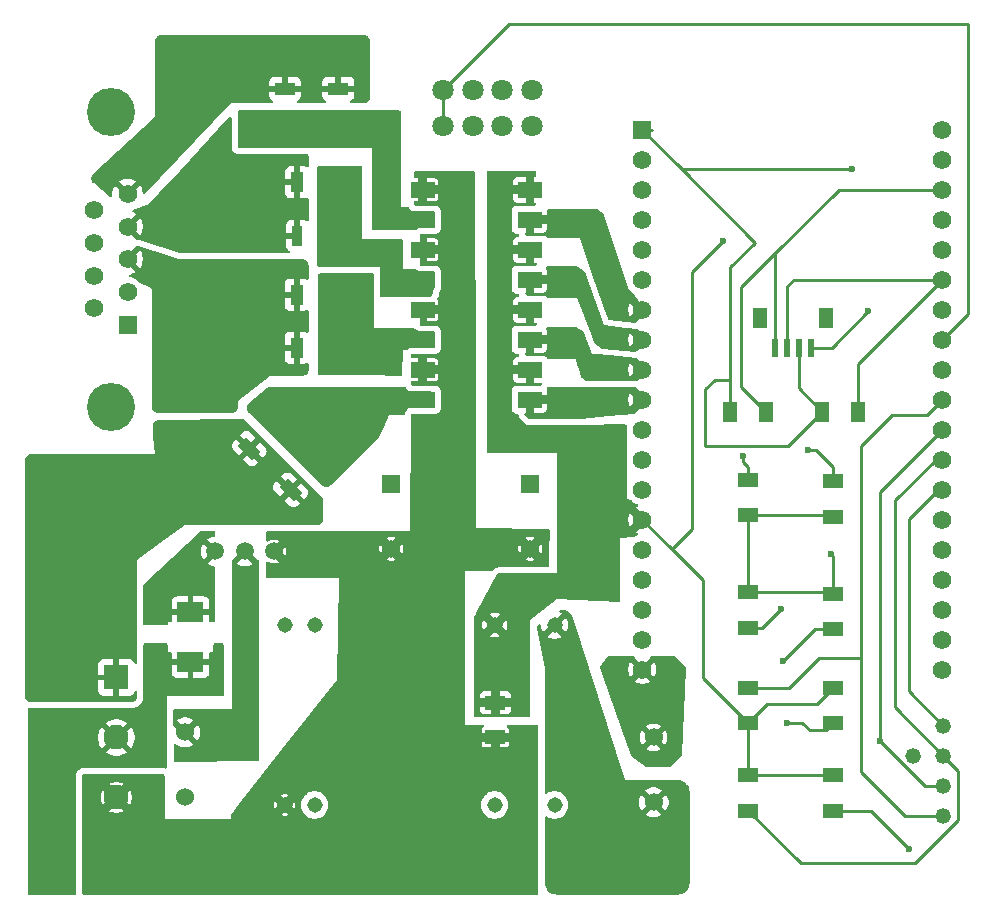
<source format=gbr>
%TF.GenerationSoftware,KiCad,Pcbnew,9.0.0*%
%TF.CreationDate,2025-05-02T07:07:21-06:00*%
%TF.ProjectId,schematic_Mk2.1,73636865-6d61-4746-9963-5f4d6b322e31,rev?*%
%TF.SameCoordinates,Original*%
%TF.FileFunction,Copper,L2,Bot*%
%TF.FilePolarity,Positive*%
%FSLAX46Y46*%
G04 Gerber Fmt 4.6, Leading zero omitted, Abs format (unit mm)*
G04 Created by KiCad (PCBNEW 9.0.0) date 2025-05-02 07:07:21*
%MOMM*%
%LPD*%
G01*
G04 APERTURE LIST*
G04 Aperture macros list*
%AMRotRect*
0 Rectangle, with rotation*
0 The origin of the aperture is its center*
0 $1 length*
0 $2 width*
0 $3 Rotation angle, in degrees counterclockwise*
0 Add horizontal line*
21,1,$1,$2,0,0,$3*%
G04 Aperture macros list end*
%TA.AperFunction,SMDPad,CuDef*%
%ADD10R,2.090000X1.390000*%
%TD*%
%TA.AperFunction,ComponentPad*%
%ADD11C,1.800000*%
%TD*%
%TA.AperFunction,ComponentPad*%
%ADD12C,1.524000*%
%TD*%
%TA.AperFunction,ComponentPad*%
%ADD13C,1.320800*%
%TD*%
%TA.AperFunction,ComponentPad*%
%ADD14R,1.560000X1.560000*%
%TD*%
%TA.AperFunction,ComponentPad*%
%ADD15C,1.560000*%
%TD*%
%TA.AperFunction,ComponentPad*%
%ADD16C,1.498600*%
%TD*%
%TA.AperFunction,ComponentPad*%
%ADD17R,1.575000X1.575000*%
%TD*%
%TA.AperFunction,ComponentPad*%
%ADD18C,1.575000*%
%TD*%
%TA.AperFunction,ComponentPad*%
%ADD19C,4.066000*%
%TD*%
%TA.AperFunction,ComponentPad*%
%ADD20R,1.524000X1.524000*%
%TD*%
%TA.AperFunction,ComponentPad*%
%ADD21R,2.100000X2.100000*%
%TD*%
%TA.AperFunction,ComponentPad*%
%ADD22C,2.100000*%
%TD*%
%TA.AperFunction,ComponentPad*%
%ADD23C,1.308000*%
%TD*%
%TA.AperFunction,SMDPad,CuDef*%
%ADD24R,0.609600X1.549400*%
%TD*%
%TA.AperFunction,SMDPad,CuDef*%
%ADD25R,1.193800X1.803400*%
%TD*%
%TA.AperFunction,SMDPad,CuDef*%
%ADD26R,1.170000X1.770000*%
%TD*%
%TA.AperFunction,SMDPad,CuDef*%
%ADD27R,1.770000X1.170000*%
%TD*%
%TA.AperFunction,SMDPad,CuDef*%
%ADD28R,1.050000X1.720000*%
%TD*%
%TA.AperFunction,SMDPad,CuDef*%
%ADD29RotRect,1.050000X1.720000X45.000000*%
%TD*%
%TA.AperFunction,SMDPad,CuDef*%
%ADD30R,2.209800X1.651000*%
%TD*%
%TA.AperFunction,SMDPad,CuDef*%
%ADD31R,1.720000X1.050000*%
%TD*%
%TA.AperFunction,SMDPad,CuDef*%
%ADD32R,0.890000X1.680000*%
%TD*%
%TA.AperFunction,SMDPad,CuDef*%
%ADD33R,1.820000X1.200000*%
%TD*%
%TA.AperFunction,ViaPad*%
%ADD34C,0.600000*%
%TD*%
%TA.AperFunction,Conductor*%
%ADD35C,0.254000*%
%TD*%
G04 APERTURE END LIST*
D10*
%TO.P,U2,16*%
%TO.N,GPIO_26*%
X140740000Y-85890000D03*
%TO.P,U2,15*%
%TO.N,ESP_GND2*%
X140740000Y-83350000D03*
%TO.P,U2,14*%
%TO.N,GPIO_25*%
X140740000Y-80810000D03*
%TO.P,U2,13*%
%TO.N,ESP_GND2*%
X140740000Y-78270000D03*
%TO.P,U2,12*%
%TO.N,GPIO_33*%
X140740000Y-75730000D03*
%TO.P,U2,11*%
%TO.N,ESP_GND2*%
X140740000Y-73190000D03*
%TO.P,U2,10*%
%TO.N,GPIO_32*%
X140740000Y-70650000D03*
%TO.P,U2,9*%
%TO.N,ESP_GND2*%
X140740000Y-68110000D03*
%TO.P,U2,8*%
%TO.N,-Vin*%
X131660000Y-68110000D03*
%TO.P,U2,7*%
%TO.N,spare_opto*%
X131660000Y-70650000D03*
%TO.P,U2,6*%
%TO.N,-Vin*%
X131660000Y-73190000D03*
%TO.P,U2,5*%
%TO.N,ramp_up_opto*%
X131660000Y-75730000D03*
%TO.P,U2,4*%
%TO.N,-Vin*%
X131660000Y-78270000D03*
%TO.P,U2,3*%
%TO.N,/ramp_down_opto*%
X131660000Y-80810000D03*
%TO.P,U2,2*%
%TO.N,-Vin*%
X131660000Y-83350000D03*
%TO.P,U2,1*%
%TO.N,/sim_home_opto*%
X131660000Y-85890000D03*
%TD*%
D11*
%TO.P,J5,4_1,4_1*%
%TO.N,+3.3V*%
X140900000Y-59650000D03*
%TO.P,J5,4_2,4_2*%
X140900000Y-62750000D03*
%TO.P,J5,3_1,3_1*%
X138400000Y-59650000D03*
%TO.P,J5,3_2,3_2*%
X138400000Y-62750000D03*
%TO.P,J5,2_1,2_1*%
%TO.N,GPIO_18*%
X135900000Y-59650000D03*
%TO.P,J5,2_2,2_2*%
X135900000Y-62750000D03*
%TO.P,J5,1_1,1_1*%
%TO.N,GPIO_19*%
X133400000Y-59650000D03*
%TO.P,J5,1_2,1_2*%
X133400000Y-62750000D03*
%TD*%
D12*
%TO.P,RF1,1*%
%TO.N,+VIN-dc*%
X111550000Y-114061700D03*
%TO.P,RF1,2*%
%TO.N,/+VIN*%
X111550000Y-119573500D03*
%TD*%
D13*
%TO.P,S1,1*%
%TO.N,GPIO_4*%
X175750000Y-113509150D03*
%TO.P,S1,2*%
%TO.N,GPIO_16*%
X175750000Y-116049150D03*
%TO.P,S1,4*%
%TO.N,GPIO_17*%
X175750000Y-118589150D03*
%TO.P,S1,8*%
%TO.N,GPIO_5*%
X175750000Y-121129150D03*
%TO.P,S1,C*%
%TO.N,+3.3V*%
X173210000Y-116049150D03*
%TD*%
D14*
%TO.P,U1,J2-1,3V3*%
%TO.N,+3.3V*%
X150250000Y-63029150D03*
D15*
%TO.P,U1,J2-2,EN*%
%TO.N,unconnected-(U1-EN-PadJ2-2)*%
X150250000Y-65569150D03*
%TO.P,U1,J2-3,SENSOR_VP*%
%TO.N,unconnected-(U1-SENSOR_VP-PadJ2-3)*%
X150250000Y-68109150D03*
%TO.P,U1,J2-4,SENSOR_VN*%
%TO.N,unconnected-(U1-SENSOR_VN-PadJ2-4)*%
X150250000Y-70649150D03*
%TO.P,U1,J2-5,IO34*%
%TO.N,unconnected-(U1-IO34-PadJ2-5)*%
X150250000Y-73189150D03*
%TO.P,U1,J2-6,IO35*%
%TO.N,unconnected-(U1-IO35-PadJ2-6)*%
X150250000Y-75729150D03*
%TO.P,U1,J2-7,IO32*%
%TO.N,GPIO_32*%
X150250000Y-78269150D03*
%TO.P,U1,J2-8,IO33*%
%TO.N,GPIO_33*%
X150250000Y-80809150D03*
%TO.P,U1,J2-9,IO25*%
%TO.N,GPIO_25*%
X150250000Y-83349150D03*
%TO.P,U1,J2-10,IO26*%
%TO.N,GPIO_26*%
X150250000Y-85889150D03*
%TO.P,U1,J2-11,IO27*%
%TO.N,unconnected-(U1-IO27-PadJ2-11)*%
X150250000Y-88429150D03*
%TO.P,U1,J2-12,IO14*%
%TO.N,unconnected-(U1-IO14-PadJ2-12)*%
X150250000Y-90969150D03*
%TO.P,U1,J2-13,IO12*%
%TO.N,unconnected-(U1-IO12-PadJ2-13)*%
X150250000Y-93509150D03*
%TO.P,U1,J2-14,GND1*%
%TO.N,ESP_GND2*%
X150250000Y-96049150D03*
%TO.P,U1,J2-15,IO13*%
%TO.N,unconnected-(U1-IO13-PadJ2-15)*%
X150250000Y-98589150D03*
%TO.P,U1,J2-16,SD2*%
%TO.N,unconnected-(U1-SD2-PadJ2-16)*%
X150250000Y-101129150D03*
%TO.P,U1,J2-17,SD3*%
%TO.N,unconnected-(U1-SD3-PadJ2-17)*%
X150250000Y-103669150D03*
%TO.P,U1,J2-18,CMD*%
%TO.N,unconnected-(U1-CMD-PadJ2-18)*%
X150250000Y-106209150D03*
%TO.P,U1,J2-19,EXT_5V*%
%TO.N,+VOUT-esp*%
X150250000Y-108749150D03*
%TO.P,U1,J3-1,GND3*%
%TO.N,ESP_GND2*%
X175650000Y-63029150D03*
%TO.P,U1,J3-2,IO23*%
%TO.N,unconnected-(U1-IO23-PadJ3-2)*%
X175650000Y-65569150D03*
%TO.P,U1,J3-3,IO22*%
%TO.N,GPIO_22*%
X175650000Y-68109150D03*
%TO.P,U1,J3-4,TXD0*%
%TO.N,unconnected-(U1-TXD0-PadJ3-4)*%
X175650000Y-70649150D03*
%TO.P,U1,J3-5,RXD0*%
%TO.N,unconnected-(U1-RXD0-PadJ3-5)*%
X175650000Y-73189150D03*
%TO.P,U1,J3-6,IO21*%
%TO.N,GPIO_21*%
X175650000Y-75729150D03*
%TO.P,U1,J3-7,GND2*%
%TO.N,ESP_GND2*%
X175650000Y-78269150D03*
%TO.P,U1,J3-8,IO19*%
%TO.N,GPIO_19*%
X175650000Y-80809150D03*
%TO.P,U1,J3-9,IO18*%
%TO.N,GPIO_18*%
X175650000Y-83349150D03*
%TO.P,U1,J3-10,IO5*%
%TO.N,GPIO_5*%
X175650000Y-85889150D03*
%TO.P,U1,J3-11,IO17*%
%TO.N,GPIO_17*%
X175650000Y-88429150D03*
%TO.P,U1,J3-12,IO16*%
%TO.N,GPIO_16*%
X175650000Y-90969150D03*
%TO.P,U1,J3-13,IO4*%
%TO.N,GPIO_4*%
X175650000Y-93509150D03*
%TO.P,U1,J3-14,IO0*%
%TO.N,unconnected-(U1-IO0-PadJ3-14)*%
X175650000Y-96049150D03*
%TO.P,U1,J3-15,IO2*%
%TO.N,unconnected-(U1-IO2-PadJ3-15)*%
X175650000Y-98589150D03*
%TO.P,U1,J3-16,IO15*%
%TO.N,unconnected-(U1-IO15-PadJ3-16)*%
X175650000Y-101129150D03*
%TO.P,U1,J3-17,SD1*%
%TO.N,unconnected-(U1-SD1-PadJ3-17)*%
X175650000Y-103669150D03*
%TO.P,U1,J3-18,SD0*%
%TO.N,unconnected-(U1-SD0-PadJ3-18)*%
X175650000Y-106209150D03*
%TO.P,U1,J3-19,CLK*%
%TO.N,unconnected-(U1-CLK-PadJ3-19)*%
X175650000Y-108749150D03*
%TD*%
D16*
%TO.P,J4,1,1*%
%TO.N,+24V*%
X114104900Y-98745100D03*
%TO.P,J4,2,2*%
%TO.N,+VIN-dc*%
X116604900Y-98745100D03*
%TO.P,J4,3,3*%
%TO.N,-Vin*%
X119104900Y-98745100D03*
%TD*%
D17*
%TO.P,J1,1*%
%TO.N,unconnected-(J1-Pad1)*%
X106670000Y-79545000D03*
D18*
%TO.P,J1,2*%
%TO.N,unconnected-(J1-Pad2)*%
X106670000Y-76775000D03*
%TO.P,J1,3*%
%TO.N,ramp_down*%
X106670000Y-74005000D03*
%TO.P,J1,4*%
%TO.N,ramp_up*%
X106670000Y-71235000D03*
%TO.P,J1,5*%
%TO.N,spare*%
X106670000Y-68465000D03*
%TO.P,J1,6*%
%TO.N,unconnected-(J1-Pad6)*%
X103830000Y-78160000D03*
%TO.P,J1,7*%
%TO.N,unconnected-(J1-Pad7)*%
X103830000Y-75390000D03*
%TO.P,J1,8*%
%TO.N,unconnected-(J1-Pad8)*%
X103830000Y-72620000D03*
%TO.P,J1,9*%
%TO.N,unconnected-(J1-Pad9)*%
X103830000Y-69850000D03*
D19*
%TO.P,J1,S1,SHIELD*%
%TO.N,unconnected-(J1-SHIELD-PadS1)*%
X105250000Y-61510000D03*
%TO.P,J1,S2,SHIELD__1*%
%TO.N,unconnected-(J1-SHIELD__1-PadS2)*%
X105250000Y-86500000D03*
%TD*%
D12*
%TO.P,RF2,1*%
%TO.N,/+VOUT*%
X151210000Y-119989150D03*
%TO.P,RF2,2*%
%TO.N,+VOUT-esp*%
X151210000Y-114477350D03*
%TD*%
D20*
%TO.P,C2,1*%
%TO.N,/+VIN*%
X140750000Y-93000000D03*
D12*
%TO.P,C2,2*%
%TO.N,-Vin*%
X140750000Y-98511800D03*
%TD*%
D21*
%TO.P,J2,01,01*%
%TO.N,sim_home*%
X105725000Y-109415000D03*
D22*
%TO.P,J2,02,02*%
%TO.N,/+24V-Sim*%
X105725000Y-114495000D03*
%TO.P,J2,03,03*%
%TO.N,-Vin*%
X105725000Y-119575000D03*
%TD*%
D20*
%TO.P,C1,1*%
%TO.N,/+VIN*%
X129000000Y-93000000D03*
D12*
%TO.P,C1,2*%
%TO.N,-Vin*%
X129000000Y-98511800D03*
%TD*%
D23*
%TO.P,PS1,2,-VIN*%
%TO.N,-Vin*%
X119970000Y-120209150D03*
%TO.P,PS1,3,-VIN__1*%
%TO.N,unconnected-(PS1--VIN__1-Pad3)*%
X122510000Y-120209150D03*
%TO.P,PS1,9,NC*%
%TO.N,unconnected-(PS1-NC-Pad9)*%
X137750000Y-120209150D03*
%TO.P,PS1,11,NC1*%
%TO.N,unconnected-(PS1-NC1-Pad11)*%
X142830000Y-120209150D03*
%TO.P,PS1,14,+VOUT*%
%TO.N,/+VOUT*%
X142830000Y-104969150D03*
%TO.P,PS1,16,-VOUT*%
%TO.N,ESP_GND2*%
X137750000Y-104969150D03*
%TO.P,PS1,22,+VIN*%
%TO.N,/+VIN*%
X122510000Y-104969150D03*
%TO.P,PS1,23,+VIN__1*%
%TO.N,unconnected-(PS1-+VIN__1-Pad23)*%
X119970000Y-104969150D03*
%TD*%
D24*
%TO.P,J3,1,1*%
%TO.N,ESP_GND2*%
X164500000Y-81527600D03*
%TO.P,J3,2,2*%
%TO.N,+3.3V*%
X163499999Y-81527600D03*
%TO.P,J3,3,3*%
%TO.N,GPIO_21*%
X162500001Y-81527600D03*
%TO.P,J3,4,4*%
%TO.N,GPIO_22*%
X161500000Y-81527600D03*
D25*
%TO.P,J3,5*%
%TO.N,N/C*%
X165799999Y-79002601D03*
%TO.P,J3,6*%
X160200001Y-79002601D03*
%TD*%
D26*
%TO.P,R18,1*%
%TO.N,+3.3V*%
X157706000Y-86906000D03*
%TO.P,R18,2*%
%TO.N,GPIO_22*%
X160694000Y-86906000D03*
%TD*%
D27*
%TO.P,R11,1*%
%TO.N,GPIO_26*%
X166400000Y-105294000D03*
%TO.P,R11,2*%
%TO.N,+3.3V*%
X166400000Y-102306000D03*
%TD*%
%TO.P,R13,1*%
%TO.N,GPIO_17*%
X166400000Y-113294000D03*
%TO.P,R13,2*%
%TO.N,ESP_GND2*%
X166400000Y-110306000D03*
%TD*%
D28*
%TO.P,R6,1*%
%TO.N,ramp_down*%
X121000000Y-81500000D03*
%TO.P,R6,2*%
%TO.N,/ramp_down_opto*%
X123920000Y-81500000D03*
%TD*%
D29*
%TO.P,R8,1*%
%TO.N,sim_home*%
X120467624Y-93532376D03*
%TO.P,R8,2*%
%TO.N,/sim_home_opto*%
X122532376Y-91467624D03*
%TD*%
D30*
%TO.P,D1,1*%
%TO.N,+24V*%
X112000000Y-103879100D03*
%TO.P,D1,2*%
%TO.N,/+24V-Sim*%
X112000000Y-108120900D03*
%TD*%
D31*
%TO.P,R1,1*%
%TO.N,spare*%
X124500000Y-59580000D03*
%TO.P,R1,2*%
%TO.N,spare_opto*%
X124500000Y-62500000D03*
%TD*%
D28*
%TO.P,R5,1*%
%TO.N,ramp_down*%
X121000000Y-77000000D03*
%TO.P,R5,2*%
%TO.N,/ramp_down_opto*%
X123920000Y-77000000D03*
%TD*%
D32*
%TO.P,R4,1*%
%TO.N,ramp_up*%
X121045000Y-72000000D03*
%TO.P,R4,2*%
%TO.N,ramp_up_opto*%
X124035000Y-72000000D03*
%TD*%
D28*
%TO.P,R3,1*%
%TO.N,ramp_up*%
X121040000Y-67500000D03*
%TO.P,R3,2*%
%TO.N,ramp_up_opto*%
X123960000Y-67500000D03*
%TD*%
D26*
%TO.P,R17,1*%
%TO.N,+3.3V*%
X165506000Y-86906000D03*
%TO.P,R17,2*%
%TO.N,GPIO_21*%
X168494000Y-86906000D03*
%TD*%
D27*
%TO.P,R10,1*%
%TO.N,GPIO_33*%
X159200000Y-92706000D03*
%TO.P,R10,2*%
%TO.N,+3.3V*%
X159200000Y-95694000D03*
%TD*%
%TO.P,R9,1*%
%TO.N,GPIO_32*%
X166400000Y-92800000D03*
%TO.P,R9,2*%
%TO.N,+3.3V*%
X166400000Y-95788000D03*
%TD*%
%TO.P,R12,1*%
%TO.N,GPIO_25*%
X159200000Y-105200000D03*
%TO.P,R12,2*%
%TO.N,+3.3V*%
X159200000Y-102212000D03*
%TD*%
%TO.P,R14,1*%
%TO.N,GPIO_5*%
X159200000Y-110306000D03*
%TO.P,R14,2*%
%TO.N,ESP_GND2*%
X159200000Y-113294000D03*
%TD*%
%TO.P,R16,1*%
%TO.N,GPIO_4*%
X166400000Y-120694000D03*
%TO.P,R16,2*%
%TO.N,ESP_GND2*%
X166400000Y-117706000D03*
%TD*%
D31*
%TO.P,R2,1*%
%TO.N,spare*%
X120000000Y-59580000D03*
%TO.P,R2,2*%
%TO.N,spare_opto*%
X120000000Y-62500000D03*
%TD*%
D27*
%TO.P,R15,1*%
%TO.N,GPIO_16*%
X159200000Y-120694000D03*
%TO.P,R15,2*%
%TO.N,ESP_GND2*%
X159200000Y-117706000D03*
%TD*%
D33*
%TO.P,C3,1*%
%TO.N,ESP_GND2*%
X137800000Y-111540000D03*
%TO.P,C3,2*%
%TO.N,-Vin*%
X137800000Y-114460000D03*
%TD*%
D29*
%TO.P,R7,1*%
%TO.N,sim_home*%
X116967624Y-90032376D03*
%TO.P,R7,2*%
%TO.N,/sim_home_opto*%
X119032376Y-87967624D03*
%TD*%
D34*
%TO.N,ramp_up*%
X114550000Y-68500000D03*
X112550000Y-68500000D03*
X116550000Y-68500000D03*
%TO.N,ramp_down*%
X113700000Y-83150000D03*
X115700000Y-83150000D03*
X111700000Y-83150000D03*
X112450000Y-84800000D03*
X110450000Y-84800000D03*
X114450000Y-84800000D03*
X114650000Y-76850000D03*
X112650000Y-76850000D03*
X116650000Y-76850000D03*
%TO.N,/+VOUT*%
X151750000Y-125700000D03*
X151750000Y-124400000D03*
X150300000Y-125700000D03*
X150300000Y-124400000D03*
X148850000Y-125650000D03*
X148850000Y-124350000D03*
X147400000Y-125650000D03*
X147400000Y-124350000D03*
X146000000Y-125650000D03*
X146000000Y-124350000D03*
X144550000Y-125650000D03*
X144550000Y-124350000D03*
%TO.N,+24V*%
X112450000Y-100800000D03*
X111450000Y-99900000D03*
X110350000Y-100800000D03*
%TO.N,/+24V-Sim*%
X100000000Y-118350000D03*
X101600000Y-118350000D03*
%TO.N,sim_home*%
X101683333Y-97600000D03*
X103466667Y-97600000D03*
X105250000Y-97600000D03*
X99900000Y-97600000D03*
X101683333Y-95650000D03*
X103466667Y-95650000D03*
X105250000Y-95650000D03*
X99900000Y-95650000D03*
X99900000Y-93550000D03*
X105250000Y-93550000D03*
X103466667Y-93550000D03*
X101683333Y-93550000D03*
%TO.N,ESP_GND2*%
X157100000Y-72450000D03*
%TO.N,spare*%
X110600000Y-59200000D03*
X110600000Y-61200000D03*
X116400000Y-57200000D03*
X110600000Y-57200000D03*
X114400000Y-59200000D03*
X110600000Y-63200000D03*
X116400000Y-59200000D03*
X114400000Y-57200000D03*
X112400000Y-61200000D03*
X112400000Y-59200000D03*
X112400000Y-57200000D03*
%TO.N,ramp_up*%
X116600000Y-66800000D03*
X112600000Y-66800000D03*
X114600000Y-66800000D03*
%TO.N,+3.3V*%
X166200000Y-99000000D03*
X168000000Y-66400000D03*
%TO.N,GPIO_25*%
X162000000Y-103600000D03*
%TO.N,GPIO_26*%
X162200000Y-108000000D03*
%TO.N,ESP_GND2*%
X169400000Y-78400000D03*
%TO.N,GPIO_17*%
X170400000Y-114800000D03*
X162500000Y-113250000D03*
%TO.N,GPIO_4*%
X172850000Y-123950000D03*
%TO.N,+VOUT-esp*%
X150800000Y-111600000D03*
X152600000Y-111600000D03*
X149000000Y-111600000D03*
%TO.N,/+24V-Sim*%
X100000000Y-116600000D03*
X100000000Y-113600000D03*
X101600000Y-113600000D03*
X100000000Y-115000000D03*
X101600000Y-115000000D03*
X101600000Y-116600000D03*
%TO.N,GPIO_32*%
X164300000Y-90150000D03*
%TO.N,GPIO_33*%
X158800000Y-90700000D03*
%TD*%
D35*
%TO.N,GPIO_19*%
X177800000Y-54050000D02*
X177800000Y-78659150D01*
X139000000Y-54050000D02*
X177800000Y-54050000D01*
X133400000Y-59650000D02*
X139000000Y-54050000D01*
X177800000Y-78659150D02*
X175650000Y-80809150D01*
X133400000Y-62750000D02*
X133400000Y-59650000D01*
%TO.N,ESP_GND2*%
X154500000Y-96850000D02*
X152775425Y-98574575D01*
X154500000Y-75050000D02*
X154500000Y-96850000D01*
X157100000Y-72450000D02*
X154500000Y-75050000D01*
X152775425Y-98574575D02*
X150250000Y-96049150D01*
X155400000Y-101199150D02*
X152775425Y-98574575D01*
%TO.N,GPIO_4*%
X169594000Y-120694000D02*
X172850000Y-123950000D01*
X166400000Y-120694000D02*
X169594000Y-120694000D01*
%TO.N,GPIO_17*%
X165794000Y-113900000D02*
X166400000Y-113294000D01*
X163800000Y-113250000D02*
X164450000Y-113900000D01*
X162500000Y-113250000D02*
X163800000Y-113250000D01*
X164450000Y-113900000D02*
X165794000Y-113900000D01*
%TO.N,ESP_GND2*%
X165056000Y-111650000D02*
X166400000Y-110306000D01*
X160844000Y-111650000D02*
X165056000Y-111650000D01*
X159200000Y-113294000D02*
X160844000Y-111650000D01*
%TO.N,GPIO_17*%
X170400000Y-93679150D02*
X175650000Y-88429150D01*
X170400000Y-114800000D02*
X170400000Y-93679150D01*
X174189150Y-118589150D02*
X175750000Y-118589150D01*
X170400000Y-114800000D02*
X174189150Y-118589150D01*
%TO.N,GPIO_32*%
X164300000Y-90150000D02*
X164950000Y-90150000D01*
X164950000Y-90150000D02*
X166400000Y-91600000D01*
X166400000Y-91600000D02*
X166400000Y-92800000D01*
%TO.N,GPIO_33*%
X158800000Y-91200000D02*
X159200000Y-91600000D01*
X159200000Y-91600000D02*
X159200000Y-92706000D01*
X158800000Y-90700000D02*
X158800000Y-91200000D01*
%TO.N,GPIO_4*%
X175290850Y-93509150D02*
X175650000Y-93509150D01*
X172800000Y-96000000D02*
X175290850Y-93509150D01*
X172800000Y-110559150D02*
X172800000Y-96000000D01*
X175750000Y-113509150D02*
X172800000Y-110559150D01*
%TO.N,GPIO_16*%
X175080850Y-90969150D02*
X175650000Y-90969150D01*
X171650000Y-94400000D02*
X175080850Y-90969150D01*
X171650000Y-111949150D02*
X171650000Y-94400000D01*
X175750000Y-116049150D02*
X171650000Y-111949150D01*
%TO.N,GPIO_22*%
X158650000Y-76350000D02*
X161500000Y-73500000D01*
X158650000Y-84862000D02*
X158650000Y-76350000D01*
X160694000Y-86906000D02*
X158650000Y-84862000D01*
%TO.N,GPIO_16*%
X177000000Y-121472000D02*
X177000000Y-117299150D01*
X177000000Y-117299150D02*
X175750000Y-116049150D01*
X173322000Y-125150000D02*
X177000000Y-121472000D01*
X163656000Y-125150000D02*
X173322000Y-125150000D01*
X159200000Y-120694000D02*
X163656000Y-125150000D01*
%TO.N,+3.3V*%
X166400000Y-99200000D02*
X166400000Y-102306000D01*
X151090301Y-63029150D02*
X150250000Y-63029150D01*
X157706000Y-74694000D02*
X157706000Y-84200000D01*
X157706000Y-84200000D02*
X156400000Y-84200000D01*
X162612000Y-89800000D02*
X155600000Y-89800000D01*
X166306000Y-102212000D02*
X166400000Y-102306000D01*
X155600000Y-85000000D02*
X155600000Y-89800000D01*
X156400000Y-84200000D02*
X155600000Y-85000000D01*
X165506000Y-86906000D02*
X162612000Y-89800000D01*
X153510425Y-66289575D02*
X150250000Y-63029150D01*
X159810425Y-72589575D02*
X153510425Y-66289575D01*
X166306000Y-95694000D02*
X166400000Y-95788000D01*
X159200000Y-102212000D02*
X166306000Y-102212000D01*
X168000000Y-66400000D02*
X153620850Y-66400000D01*
X159200000Y-95694000D02*
X166306000Y-95694000D01*
X159200000Y-95694000D02*
X159200000Y-102212000D01*
X166200000Y-99000000D02*
X166400000Y-99200000D01*
X165506000Y-86906000D02*
X163499999Y-84899999D01*
X153620850Y-66400000D02*
X153510425Y-66289575D01*
X163499999Y-84899999D02*
X163499999Y-81527600D01*
X157706000Y-84200000D02*
X157706000Y-86906000D01*
X159810425Y-72589575D02*
X157706000Y-74694000D01*
%TO.N,GPIO_25*%
X160400000Y-105200000D02*
X162000000Y-103600000D01*
X159200000Y-105200000D02*
X160400000Y-105200000D01*
%TO.N,GPIO_26*%
X164906000Y-105294000D02*
X162200000Y-108000000D01*
X166400000Y-105294000D02*
X164906000Y-105294000D01*
%TO.N,ESP_GND2*%
X155400000Y-109494000D02*
X155400000Y-101199150D01*
X159200000Y-117706000D02*
X166400000Y-117706000D01*
X159200000Y-113294000D02*
X155400000Y-109494000D01*
X166272400Y-81527600D02*
X169400000Y-78400000D01*
X164500000Y-81527600D02*
X166272400Y-81527600D01*
X159200000Y-117706000D02*
X159200000Y-113294000D01*
%TO.N,GPIO_21*%
X168494000Y-82885150D02*
X175650000Y-75729150D01*
X163070850Y-75729150D02*
X175650000Y-75729150D01*
X162500001Y-76299999D02*
X163070850Y-75729150D01*
X168494000Y-86906000D02*
X168494000Y-82885150D01*
X162500001Y-81527600D02*
X162500001Y-76299999D01*
%TO.N,GPIO_22*%
X161500000Y-73500000D02*
X166890850Y-68109150D01*
X161500000Y-81527600D02*
X161500000Y-73500000D01*
X166890850Y-68109150D02*
X175650000Y-68109150D01*
%TO.N,GPIO_5*%
X159200000Y-110306000D02*
X162694000Y-110306000D01*
X162694000Y-110306000D02*
X165200000Y-107800000D01*
X171400000Y-87200000D02*
X174339150Y-87200000D01*
X174339150Y-87200000D02*
X175650000Y-85889150D01*
X168800000Y-107800000D02*
X168800000Y-89800000D01*
X168800000Y-117400000D02*
X172529150Y-121129150D01*
X168800000Y-89800000D02*
X171400000Y-87200000D01*
X168800000Y-107800000D02*
X168800000Y-117400000D01*
X172529150Y-121129150D02*
X175750000Y-121129150D01*
X165200000Y-107800000D02*
X168800000Y-107800000D01*
%TD*%
%TA.AperFunction,Conductor*%
%TO.N,GPIO_33*%
G36*
X144792734Y-74619685D02*
G01*
X144797578Y-74622961D01*
X145029102Y-74787699D01*
X145396915Y-75049411D01*
X145440126Y-75104316D01*
X145442176Y-75109801D01*
X147000000Y-79599999D01*
X146999999Y-79599999D01*
X147000000Y-79600000D01*
X148856626Y-79800000D01*
X149881591Y-79910411D01*
X150260330Y-80289150D01*
X150181541Y-80289150D01*
X150049288Y-80324587D01*
X149930713Y-80393046D01*
X149833896Y-80489863D01*
X149765437Y-80608438D01*
X149730000Y-80740691D01*
X149730000Y-80877609D01*
X149765437Y-81009862D01*
X149833896Y-81128437D01*
X149930713Y-81225254D01*
X150049288Y-81293713D01*
X150181541Y-81329150D01*
X150260328Y-81329150D01*
X149809995Y-81779483D01*
X149748672Y-81812968D01*
X149711572Y-81815336D01*
X146821702Y-81564043D01*
X146757759Y-81539494D01*
X146248035Y-81154904D01*
X146207053Y-81100609D01*
X146163017Y-80986633D01*
X146058561Y-80716276D01*
X149070000Y-80716276D01*
X149070000Y-80902023D01*
X149099055Y-81085468D01*
X149099055Y-81085471D01*
X149156450Y-81262111D01*
X149156450Y-81262112D01*
X149193665Y-81335153D01*
X149193666Y-81335153D01*
X149719670Y-80809150D01*
X149719670Y-80809149D01*
X149193665Y-80283145D01*
X149156450Y-80356187D01*
X149156450Y-80356188D01*
X149099055Y-80532828D01*
X149099055Y-80532831D01*
X149070000Y-80716276D01*
X146058561Y-80716276D01*
X146015518Y-80604871D01*
X145974818Y-80499529D01*
X144719319Y-77250000D01*
X144219319Y-77250000D01*
X142226454Y-77250000D01*
X142159415Y-77230315D01*
X142149797Y-77222564D01*
X142149645Y-77222768D01*
X142027335Y-77131206D01*
X142027328Y-77131202D01*
X141892482Y-77080908D01*
X141892483Y-77080908D01*
X141832883Y-77074501D01*
X141832881Y-77074500D01*
X141832873Y-77074500D01*
X141832865Y-77074500D01*
X140525862Y-77074500D01*
X140458823Y-77054815D01*
X140438181Y-77038181D01*
X140382680Y-76982680D01*
X140349195Y-76921357D01*
X140354179Y-76851665D01*
X140365000Y-76834827D01*
X140365000Y-76824999D01*
X141115000Y-76824999D01*
X141816479Y-76824999D01*
X141910149Y-76810164D01*
X141910155Y-76810162D01*
X142023041Y-76752643D01*
X142023050Y-76752636D01*
X142112636Y-76663050D01*
X142112639Y-76663046D01*
X142170166Y-76550144D01*
X142185000Y-76456486D01*
X142185000Y-76105000D01*
X141115000Y-76105000D01*
X141115000Y-76824999D01*
X140365000Y-76824999D01*
X140365000Y-75854000D01*
X140384685Y-75786961D01*
X140437489Y-75741206D01*
X140489000Y-75730000D01*
X140740000Y-75730000D01*
X140740000Y-75479000D01*
X140759685Y-75411961D01*
X140812489Y-75366206D01*
X140864000Y-75355000D01*
X142184999Y-75355000D01*
X142184999Y-75003520D01*
X142170164Y-74909850D01*
X142170162Y-74909844D01*
X142112642Y-74796957D01*
X142112585Y-74796878D01*
X142112544Y-74796765D01*
X142108211Y-74788260D01*
X142109310Y-74787699D01*
X142089111Y-74731070D01*
X142104941Y-74663017D01*
X142155050Y-74614326D01*
X142212909Y-74600000D01*
X144725695Y-74600000D01*
X144792734Y-74619685D01*
G37*
%TD.AperFunction*%
%TD*%
%TA.AperFunction,Conductor*%
%TO.N,GPIO_26*%
G36*
X150260330Y-85369150D02*
G01*
X150181541Y-85369150D01*
X150049288Y-85404587D01*
X149930713Y-85473046D01*
X149833896Y-85569863D01*
X149765437Y-85688438D01*
X149730000Y-85820691D01*
X149730000Y-85957609D01*
X149765437Y-86089862D01*
X149833896Y-86208437D01*
X149930713Y-86305254D01*
X150049288Y-86373713D01*
X150181541Y-86409150D01*
X150260328Y-86409150D01*
X149721099Y-86948379D01*
X149723132Y-86956811D01*
X149715699Y-86978184D01*
X149712799Y-87000630D01*
X149704445Y-87010553D01*
X149700185Y-87022805D01*
X149682375Y-87036768D01*
X149667801Y-87054082D01*
X149654139Y-87058908D01*
X149645201Y-87065917D01*
X149610890Y-87074188D01*
X149572107Y-87077835D01*
X149572102Y-87077835D01*
X149572103Y-87077836D01*
X147475000Y-87275000D01*
X145050689Y-87502926D01*
X145044892Y-87503334D01*
X144052899Y-87549864D01*
X144047089Y-87550000D01*
X143350000Y-87550000D01*
X140702036Y-87550000D01*
X140634997Y-87530315D01*
X140613547Y-87512866D01*
X140604190Y-87503334D01*
X140302361Y-87195864D01*
X140269446Y-87134234D01*
X140275075Y-87064592D01*
X140317463Y-87009048D01*
X140354305Y-86995693D01*
X140365000Y-86984999D01*
X141115000Y-86984999D01*
X141816479Y-86984999D01*
X141910149Y-86970164D01*
X141910155Y-86970162D01*
X142023041Y-86912643D01*
X142023050Y-86912636D01*
X142112636Y-86823050D01*
X142112639Y-86823046D01*
X142170166Y-86710144D01*
X142185000Y-86616486D01*
X142185000Y-86265000D01*
X141115000Y-86265000D01*
X141115000Y-86984999D01*
X140365000Y-86984999D01*
X140365000Y-86014000D01*
X140384685Y-85946961D01*
X140437489Y-85901206D01*
X140489000Y-85890000D01*
X140740000Y-85890000D01*
X140740000Y-85796276D01*
X149070000Y-85796276D01*
X149070000Y-85982023D01*
X149099055Y-86165468D01*
X149099055Y-86165471D01*
X149156450Y-86342111D01*
X149156450Y-86342112D01*
X149193665Y-86415153D01*
X149193666Y-86415153D01*
X149719670Y-85889150D01*
X149719670Y-85889149D01*
X149193665Y-85363145D01*
X149156450Y-85436187D01*
X149156450Y-85436188D01*
X149099055Y-85612828D01*
X149099055Y-85612831D01*
X149070000Y-85796276D01*
X140740000Y-85796276D01*
X140740000Y-85639000D01*
X140759685Y-85571961D01*
X140812489Y-85526206D01*
X140864000Y-85515000D01*
X142184999Y-85515000D01*
X142184999Y-85163520D01*
X142170164Y-85069850D01*
X142170164Y-85069849D01*
X142150010Y-85030295D01*
X142137114Y-84961625D01*
X142163391Y-84896885D01*
X142220497Y-84856628D01*
X142260495Y-84850000D01*
X145900007Y-84850000D01*
X145900008Y-84850000D01*
X145900008Y-84849999D01*
X145906975Y-84848355D01*
X145934194Y-84845044D01*
X147935784Y-84824563D01*
X149697715Y-84806535D01*
X150260330Y-85369150D01*
G37*
%TD.AperFunction*%
%TD*%
%TA.AperFunction,Conductor*%
%TO.N,-Vin*%
G36*
X135993692Y-66519685D02*
G01*
X136039447Y-66572489D01*
X136050651Y-66623345D01*
X136146110Y-84700908D01*
X136210000Y-96800000D01*
X142296489Y-96842922D01*
X142363386Y-96863079D01*
X142408768Y-96916204D01*
X142419592Y-96969178D01*
X142385446Y-98843524D01*
X142369734Y-99705998D01*
X142364874Y-99972759D01*
X142343972Y-100039428D01*
X142290343Y-100084214D01*
X142240895Y-100094500D01*
X138073519Y-100094500D01*
X137969469Y-100107552D01*
X137948659Y-100110163D01*
X137948654Y-100110164D01*
X137889306Y-100125292D01*
X137889294Y-100125295D01*
X137772193Y-100171303D01*
X137772188Y-100171307D01*
X137656953Y-100257454D01*
X137607514Y-100306828D01*
X137607503Y-100306841D01*
X137598076Y-100319417D01*
X137542114Y-100361250D01*
X137501812Y-100369004D01*
X135200000Y-100423809D01*
X135200000Y-100423810D01*
X135200000Y-113400000D01*
X136719678Y-113400000D01*
X136786717Y-113419685D01*
X136832472Y-113472489D01*
X136842416Y-113541647D01*
X136813391Y-113605203D01*
X136788569Y-113627102D01*
X136709760Y-113679760D01*
X136654505Y-113762455D01*
X136654503Y-113762459D01*
X136640000Y-113835371D01*
X136640000Y-114085000D01*
X138960000Y-114085000D01*
X138960000Y-113835373D01*
X138959999Y-113835371D01*
X138945496Y-113762459D01*
X138945494Y-113762455D01*
X138890239Y-113679760D01*
X138811431Y-113627102D01*
X138766626Y-113573490D01*
X138757919Y-113504165D01*
X138788073Y-113441138D01*
X138847516Y-113404418D01*
X138880322Y-113400000D01*
X141276000Y-113400000D01*
X141343039Y-113419685D01*
X141388794Y-113472489D01*
X141400000Y-113524000D01*
X141400000Y-127676000D01*
X141380315Y-127743039D01*
X141327511Y-127788794D01*
X141276000Y-127800000D01*
X102924000Y-127800000D01*
X102856961Y-127780315D01*
X102811206Y-127727511D01*
X102800000Y-127676000D01*
X102800000Y-119472682D01*
X104425000Y-119472682D01*
X104425000Y-119677317D01*
X104457009Y-119879417D01*
X104520244Y-120074031D01*
X104579447Y-120190221D01*
X105041711Y-119727957D01*
X105051901Y-119779182D01*
X105104668Y-119906574D01*
X105181274Y-120021224D01*
X105278776Y-120118726D01*
X105393426Y-120195332D01*
X105520818Y-120248099D01*
X105572041Y-120258288D01*
X105109776Y-120720551D01*
X105225968Y-120779755D01*
X105420582Y-120842990D01*
X105622683Y-120875000D01*
X105827317Y-120875000D01*
X106029417Y-120842990D01*
X106224025Y-120779756D01*
X106340222Y-120720551D01*
X105877959Y-120258288D01*
X105929182Y-120248099D01*
X106056574Y-120195332D01*
X106171224Y-120118726D01*
X106268726Y-120021224D01*
X106345332Y-119906574D01*
X106398099Y-119779182D01*
X106408288Y-119727959D01*
X106870551Y-120190222D01*
X106929756Y-120074025D01*
X106992990Y-119879417D01*
X107025000Y-119677317D01*
X107025000Y-119472682D01*
X106992990Y-119270582D01*
X106929755Y-119075968D01*
X106870551Y-118959776D01*
X106408287Y-119422040D01*
X106398099Y-119370818D01*
X106345332Y-119243426D01*
X106268726Y-119128776D01*
X106171224Y-119031274D01*
X106056574Y-118954668D01*
X105929182Y-118901901D01*
X105877958Y-118891711D01*
X106340221Y-118429447D01*
X106224031Y-118370244D01*
X106029417Y-118307009D01*
X105827317Y-118275000D01*
X105622683Y-118275000D01*
X105420582Y-118307009D01*
X105225972Y-118370243D01*
X105225965Y-118370246D01*
X105109776Y-118429446D01*
X105572041Y-118891711D01*
X105520818Y-118901901D01*
X105393426Y-118954668D01*
X105278776Y-119031274D01*
X105181274Y-119128776D01*
X105104668Y-119243426D01*
X105051901Y-119370818D01*
X105041711Y-119422041D01*
X104579446Y-118959776D01*
X104520246Y-119075965D01*
X104520243Y-119075972D01*
X104457009Y-119270582D01*
X104425000Y-119472682D01*
X102800000Y-119472682D01*
X102800000Y-117724000D01*
X102819685Y-117656961D01*
X102872489Y-117611206D01*
X102924000Y-117600000D01*
X109676000Y-117600000D01*
X109743039Y-117619685D01*
X109788794Y-117672489D01*
X109800000Y-117724000D01*
X109800000Y-121400000D01*
X115400000Y-121400000D01*
X115400000Y-121106019D01*
X115406627Y-121083447D01*
X115408846Y-121060024D01*
X115410952Y-121056370D01*
X119653108Y-121056370D01*
X119706313Y-121078410D01*
X119706319Y-121078411D01*
X119880959Y-121113149D01*
X119880963Y-121113150D01*
X120059037Y-121113150D01*
X120059040Y-121113149D01*
X120233680Y-121078411D01*
X120233691Y-121078408D01*
X120286890Y-121056371D01*
X120286890Y-121056370D01*
X119970001Y-120739480D01*
X119970000Y-120739480D01*
X119653108Y-121056370D01*
X115410952Y-121056370D01*
X115418346Y-121043539D01*
X115419685Y-121038980D01*
X115426462Y-121029454D01*
X116140411Y-120120109D01*
X119066000Y-120120109D01*
X119066000Y-120298190D01*
X119100738Y-120472829D01*
X119100740Y-120472837D01*
X119122778Y-120526041D01*
X119439670Y-120209150D01*
X119439670Y-120209149D01*
X119387010Y-120156489D01*
X119570000Y-120156489D01*
X119570000Y-120261811D01*
X119597259Y-120363544D01*
X119649920Y-120454756D01*
X119724394Y-120529230D01*
X119815606Y-120581891D01*
X119917339Y-120609150D01*
X120022661Y-120609150D01*
X120124394Y-120581891D01*
X120215606Y-120529230D01*
X120290080Y-120454756D01*
X120342741Y-120363544D01*
X120370000Y-120261811D01*
X120370000Y-120209149D01*
X120500330Y-120209149D01*
X120500330Y-120209150D01*
X120817220Y-120526040D01*
X120817221Y-120526040D01*
X120839258Y-120472841D01*
X120839261Y-120472830D01*
X120873999Y-120298190D01*
X120874000Y-120298187D01*
X120874000Y-120120111D01*
X120873638Y-120118289D01*
X121355500Y-120118289D01*
X121355500Y-120300010D01*
X121383928Y-120479497D01*
X121383928Y-120479500D01*
X121440081Y-120652321D01*
X121440083Y-120652324D01*
X121522583Y-120814240D01*
X121629397Y-120961256D01*
X121757894Y-121089753D01*
X121904910Y-121196567D01*
X122066826Y-121279067D01*
X122066828Y-121279068D01*
X122228029Y-121331444D01*
X122239654Y-121335222D01*
X122419139Y-121363650D01*
X122419140Y-121363650D01*
X122600860Y-121363650D01*
X122600861Y-121363650D01*
X122780346Y-121335222D01*
X122780349Y-121335221D01*
X122780350Y-121335221D01*
X122953171Y-121279068D01*
X122953171Y-121279067D01*
X122953174Y-121279067D01*
X123115090Y-121196567D01*
X123262106Y-121089753D01*
X123390603Y-120961256D01*
X123497417Y-120814240D01*
X123579917Y-120652324D01*
X123636072Y-120479496D01*
X123664500Y-120300011D01*
X123664500Y-120118289D01*
X136595500Y-120118289D01*
X136595500Y-120300010D01*
X136623928Y-120479497D01*
X136623928Y-120479500D01*
X136680081Y-120652321D01*
X136680083Y-120652324D01*
X136762583Y-120814240D01*
X136869397Y-120961256D01*
X136997894Y-121089753D01*
X137144910Y-121196567D01*
X137306826Y-121279067D01*
X137306828Y-121279068D01*
X137468029Y-121331444D01*
X137479654Y-121335222D01*
X137659139Y-121363650D01*
X137659140Y-121363650D01*
X137840860Y-121363650D01*
X137840861Y-121363650D01*
X138020346Y-121335222D01*
X138020349Y-121335221D01*
X138020350Y-121335221D01*
X138193171Y-121279068D01*
X138193171Y-121279067D01*
X138193174Y-121279067D01*
X138355090Y-121196567D01*
X138502106Y-121089753D01*
X138630603Y-120961256D01*
X138737417Y-120814240D01*
X138819917Y-120652324D01*
X138876072Y-120479496D01*
X138904500Y-120300011D01*
X138904500Y-120118289D01*
X138876072Y-119938804D01*
X138876071Y-119938800D01*
X138876071Y-119938799D01*
X138819918Y-119765978D01*
X138819916Y-119765975D01*
X138775509Y-119678820D01*
X138737417Y-119604060D01*
X138630603Y-119457044D01*
X138502106Y-119328547D01*
X138355090Y-119221733D01*
X138193174Y-119139233D01*
X138193171Y-119139231D01*
X138020348Y-119083078D01*
X137900689Y-119064126D01*
X137840861Y-119054650D01*
X137659139Y-119054650D01*
X137599310Y-119064126D01*
X137479652Y-119083078D01*
X137479649Y-119083078D01*
X137306828Y-119139231D01*
X137306825Y-119139233D01*
X137144909Y-119221733D01*
X137067653Y-119277864D01*
X136997894Y-119328547D01*
X136997892Y-119328549D01*
X136997891Y-119328549D01*
X136869399Y-119457041D01*
X136869399Y-119457042D01*
X136869397Y-119457044D01*
X136823525Y-119520180D01*
X136762583Y-119604059D01*
X136680083Y-119765975D01*
X136680081Y-119765978D01*
X136623928Y-119938799D01*
X136623928Y-119938802D01*
X136595500Y-120118289D01*
X123664500Y-120118289D01*
X123636072Y-119938804D01*
X123636071Y-119938800D01*
X123636071Y-119938799D01*
X123579918Y-119765978D01*
X123579916Y-119765975D01*
X123535509Y-119678820D01*
X123497417Y-119604060D01*
X123390603Y-119457044D01*
X123262106Y-119328547D01*
X123115090Y-119221733D01*
X122953174Y-119139233D01*
X122953171Y-119139231D01*
X122780348Y-119083078D01*
X122660689Y-119064126D01*
X122600861Y-119054650D01*
X122419139Y-119054650D01*
X122359310Y-119064126D01*
X122239652Y-119083078D01*
X122239649Y-119083078D01*
X122066828Y-119139231D01*
X122066825Y-119139233D01*
X121904909Y-119221733D01*
X121827653Y-119277864D01*
X121757894Y-119328547D01*
X121757892Y-119328549D01*
X121757891Y-119328549D01*
X121629399Y-119457041D01*
X121629399Y-119457042D01*
X121629397Y-119457044D01*
X121583525Y-119520180D01*
X121522583Y-119604059D01*
X121440083Y-119765975D01*
X121440081Y-119765978D01*
X121383928Y-119938799D01*
X121383928Y-119938802D01*
X121355500Y-120118289D01*
X120873638Y-120118289D01*
X120839261Y-119945469D01*
X120839260Y-119945463D01*
X120817220Y-119892258D01*
X120500330Y-120209149D01*
X120370000Y-120209149D01*
X120370000Y-120156489D01*
X120342741Y-120054756D01*
X120290080Y-119963544D01*
X120215606Y-119889070D01*
X120124394Y-119836409D01*
X120022661Y-119809150D01*
X119917339Y-119809150D01*
X119815606Y-119836409D01*
X119724394Y-119889070D01*
X119649920Y-119963544D01*
X119597259Y-120054756D01*
X119570000Y-120156489D01*
X119387010Y-120156489D01*
X119122778Y-119892257D01*
X119100740Y-119945461D01*
X119100737Y-119945470D01*
X119066000Y-120120109D01*
X116140411Y-120120109D01*
X116735677Y-119361928D01*
X119653107Y-119361928D01*
X119970000Y-119678820D01*
X119970001Y-119678820D01*
X120286891Y-119361928D01*
X120233687Y-119339890D01*
X120233679Y-119339888D01*
X120059040Y-119305150D01*
X119880959Y-119305150D01*
X119706320Y-119339887D01*
X119706311Y-119339890D01*
X119653107Y-119361928D01*
X116735677Y-119361928D01*
X120093887Y-115084628D01*
X136640000Y-115084628D01*
X136654503Y-115157540D01*
X136654505Y-115157544D01*
X136709760Y-115240239D01*
X136792455Y-115295494D01*
X136792459Y-115295496D01*
X136865371Y-115309999D01*
X136865374Y-115310000D01*
X137425000Y-115310000D01*
X138175000Y-115310000D01*
X138734626Y-115310000D01*
X138734628Y-115309999D01*
X138807540Y-115295496D01*
X138807544Y-115295494D01*
X138890239Y-115240239D01*
X138945494Y-115157544D01*
X138945496Y-115157540D01*
X138959999Y-115084628D01*
X138960000Y-115084626D01*
X138960000Y-114835000D01*
X138175000Y-114835000D01*
X138175000Y-115310000D01*
X137425000Y-115310000D01*
X137425000Y-114835000D01*
X136640000Y-114835000D01*
X136640000Y-115084628D01*
X120093887Y-115084628D01*
X124400000Y-109600000D01*
X124600000Y-101000000D01*
X124600000Y-100999999D01*
X118524087Y-101004260D01*
X118457034Y-100984622D01*
X118411242Y-100931851D01*
X118400000Y-100880260D01*
X118400000Y-99707936D01*
X118419685Y-99640897D01*
X118472489Y-99595142D01*
X118541647Y-99585198D01*
X118592891Y-99604834D01*
X118631556Y-99630669D01*
X118813410Y-99705995D01*
X118813420Y-99705998D01*
X119006475Y-99744400D01*
X119203324Y-99744400D01*
X119396380Y-99705998D01*
X119396393Y-99705994D01*
X119494730Y-99665260D01*
X119494730Y-99665259D01*
X119271151Y-99441680D01*
X128600448Y-99441680D01*
X128704813Y-99484910D01*
X128704817Y-99484911D01*
X128900322Y-99523799D01*
X128900326Y-99523800D01*
X129099674Y-99523800D01*
X129099677Y-99523799D01*
X129295183Y-99484911D01*
X129295198Y-99484907D01*
X129399551Y-99441681D01*
X129399551Y-99441680D01*
X140350448Y-99441680D01*
X140454813Y-99484910D01*
X140454817Y-99484911D01*
X140650322Y-99523799D01*
X140650326Y-99523800D01*
X140849674Y-99523800D01*
X140849677Y-99523799D01*
X141045183Y-99484911D01*
X141045198Y-99484907D01*
X141149551Y-99441681D01*
X141149551Y-99441680D01*
X140750001Y-99042130D01*
X140750000Y-99042130D01*
X140350448Y-99441680D01*
X129399551Y-99441680D01*
X129000001Y-99042130D01*
X129000000Y-99042130D01*
X128600448Y-99441680D01*
X119271151Y-99441680D01*
X119069871Y-99240400D01*
X119170107Y-99240400D01*
X119296079Y-99206646D01*
X119409021Y-99141439D01*
X119501239Y-99049221D01*
X119566446Y-98936279D01*
X119600200Y-98810307D01*
X119600200Y-98745099D01*
X119635230Y-98745099D01*
X119635230Y-98745101D01*
X120025059Y-99134930D01*
X120025060Y-99134930D01*
X120065794Y-99036593D01*
X120065798Y-99036580D01*
X120104200Y-98843524D01*
X120104200Y-98646675D01*
X120065798Y-98453620D01*
X120065797Y-98453618D01*
X120065745Y-98453491D01*
X120065744Y-98453489D01*
X120048609Y-98412122D01*
X127988000Y-98412122D01*
X127988000Y-98611477D01*
X128026888Y-98806982D01*
X128026890Y-98806990D01*
X128070118Y-98911351D01*
X128469670Y-98511800D01*
X128469670Y-98511799D01*
X128402791Y-98444920D01*
X128492000Y-98444920D01*
X128492000Y-98578680D01*
X128526619Y-98707881D01*
X128593498Y-98823720D01*
X128688080Y-98918302D01*
X128803919Y-98985181D01*
X128933120Y-99019800D01*
X129066880Y-99019800D01*
X129196081Y-98985181D01*
X129311920Y-98918302D01*
X129406502Y-98823720D01*
X129473381Y-98707881D01*
X129508000Y-98578680D01*
X129508000Y-98511799D01*
X129530330Y-98511799D01*
X129530330Y-98511800D01*
X129929880Y-98911351D01*
X129929881Y-98911351D01*
X129973107Y-98806998D01*
X129973111Y-98806983D01*
X130011999Y-98611477D01*
X130012000Y-98611474D01*
X130012000Y-98412126D01*
X130011999Y-98412122D01*
X139738000Y-98412122D01*
X139738000Y-98611477D01*
X139776888Y-98806982D01*
X139776890Y-98806990D01*
X139820118Y-98911351D01*
X140219670Y-98511800D01*
X140219670Y-98511799D01*
X140152791Y-98444920D01*
X140242000Y-98444920D01*
X140242000Y-98578680D01*
X140276619Y-98707881D01*
X140343498Y-98823720D01*
X140438080Y-98918302D01*
X140553919Y-98985181D01*
X140683120Y-99019800D01*
X140816880Y-99019800D01*
X140946081Y-98985181D01*
X141061920Y-98918302D01*
X141156502Y-98823720D01*
X141223381Y-98707881D01*
X141258000Y-98578680D01*
X141258000Y-98511799D01*
X141280330Y-98511799D01*
X141280330Y-98511800D01*
X141679880Y-98911351D01*
X141679881Y-98911351D01*
X141723107Y-98806998D01*
X141723111Y-98806983D01*
X141761999Y-98611477D01*
X141762000Y-98611474D01*
X141762000Y-98412126D01*
X141761999Y-98412122D01*
X141723111Y-98216617D01*
X141723110Y-98216613D01*
X141679880Y-98112248D01*
X141280330Y-98511799D01*
X141258000Y-98511799D01*
X141258000Y-98444920D01*
X141223381Y-98315719D01*
X141156502Y-98199880D01*
X141061920Y-98105298D01*
X140946081Y-98038419D01*
X140816880Y-98003800D01*
X140683120Y-98003800D01*
X140553919Y-98038419D01*
X140438080Y-98105298D01*
X140343498Y-98199880D01*
X140276619Y-98315719D01*
X140242000Y-98444920D01*
X140152791Y-98444920D01*
X139820118Y-98112247D01*
X139776890Y-98216609D01*
X139776888Y-98216617D01*
X139738000Y-98412122D01*
X130011999Y-98412122D01*
X129973111Y-98216617D01*
X129973110Y-98216613D01*
X129929880Y-98112248D01*
X129530330Y-98511799D01*
X129508000Y-98511799D01*
X129508000Y-98444920D01*
X129473381Y-98315719D01*
X129406502Y-98199880D01*
X129311920Y-98105298D01*
X129196081Y-98038419D01*
X129066880Y-98003800D01*
X128933120Y-98003800D01*
X128803919Y-98038419D01*
X128688080Y-98105298D01*
X128593498Y-98199880D01*
X128526619Y-98315719D01*
X128492000Y-98444920D01*
X128402791Y-98444920D01*
X128070118Y-98112247D01*
X128026890Y-98216609D01*
X128026888Y-98216617D01*
X127988000Y-98412122D01*
X120048609Y-98412122D01*
X120025059Y-98355269D01*
X119635230Y-98745099D01*
X119600200Y-98745099D01*
X119600200Y-98679893D01*
X119566446Y-98553921D01*
X119501239Y-98440979D01*
X119409021Y-98348761D01*
X119296079Y-98283554D01*
X119170107Y-98249800D01*
X119069870Y-98249800D01*
X119494730Y-97824939D01*
X119396385Y-97784203D01*
X119396379Y-97784201D01*
X119203324Y-97745800D01*
X119006476Y-97745800D01*
X118813420Y-97784201D01*
X118813410Y-97784204D01*
X118631555Y-97859530D01*
X118631553Y-97859531D01*
X118592889Y-97885366D01*
X118526212Y-97906243D01*
X118458832Y-97887758D01*
X118412142Y-97835778D01*
X118400000Y-97782263D01*
X118400000Y-97581918D01*
X128600447Y-97581918D01*
X129000000Y-97981470D01*
X129000001Y-97981470D01*
X129399551Y-97581918D01*
X140350447Y-97581918D01*
X140750000Y-97981470D01*
X140750001Y-97981470D01*
X141149551Y-97581918D01*
X141045190Y-97538690D01*
X141045182Y-97538688D01*
X140849677Y-97499800D01*
X140650322Y-97499800D01*
X140454817Y-97538688D01*
X140454809Y-97538690D01*
X140350447Y-97581918D01*
X129399551Y-97581918D01*
X129295190Y-97538690D01*
X129295182Y-97538688D01*
X129099677Y-97499800D01*
X128900322Y-97499800D01*
X128704817Y-97538688D01*
X128704809Y-97538690D01*
X128600447Y-97581918D01*
X118400000Y-97581918D01*
X118400000Y-97121360D01*
X118419685Y-97054321D01*
X118472489Y-97008566D01*
X118524026Y-96997360D01*
X130600000Y-97000000D01*
X130600000Y-96999999D01*
X130628545Y-87209137D01*
X130648424Y-87142156D01*
X130701362Y-87096555D01*
X130752539Y-87085499D01*
X132752872Y-87085499D01*
X132812483Y-87079091D01*
X132947331Y-87028796D01*
X133062546Y-86942546D01*
X133148796Y-86827331D01*
X133199091Y-86692483D01*
X133205500Y-86632873D01*
X133205499Y-85147128D01*
X133199091Y-85087517D01*
X133148796Y-84952669D01*
X133148795Y-84952668D01*
X133148793Y-84952664D01*
X133062547Y-84837455D01*
X133062544Y-84837452D01*
X132947335Y-84751206D01*
X132947328Y-84751202D01*
X132812482Y-84700908D01*
X132812483Y-84700908D01*
X132752883Y-84694501D01*
X132752881Y-84694500D01*
X132752873Y-84694500D01*
X132752865Y-84694500D01*
X130760238Y-84694500D01*
X130751378Y-84691898D01*
X130742234Y-84693186D01*
X130718385Y-84682210D01*
X130693199Y-84674815D01*
X130687152Y-84667836D01*
X130678763Y-84663976D01*
X130664633Y-84641849D01*
X130647444Y-84622011D01*
X130645132Y-84611308D01*
X130641160Y-84605088D01*
X130636239Y-84570139D01*
X130636680Y-84418639D01*
X130656559Y-84351657D01*
X130709496Y-84306056D01*
X130760679Y-84295000D01*
X131285000Y-84295000D01*
X132035000Y-84295000D01*
X132729626Y-84295000D01*
X132729628Y-84294999D01*
X132802540Y-84280496D01*
X132802544Y-84280494D01*
X132885239Y-84225239D01*
X132940494Y-84142544D01*
X132940496Y-84142540D01*
X132954999Y-84069628D01*
X132955000Y-84069626D01*
X132955000Y-83725000D01*
X132035000Y-83725000D01*
X132035000Y-84295000D01*
X131285000Y-84295000D01*
X131285000Y-82975000D01*
X132035000Y-82975000D01*
X132955000Y-82975000D01*
X132955000Y-82630373D01*
X132954999Y-82630371D01*
X132940496Y-82557459D01*
X132940494Y-82557455D01*
X132885239Y-82474760D01*
X132802544Y-82419505D01*
X132802540Y-82419503D01*
X132729627Y-82405000D01*
X132035000Y-82405000D01*
X132035000Y-82975000D01*
X131285000Y-82975000D01*
X131285000Y-82405000D01*
X130766912Y-82405000D01*
X130758051Y-82402398D01*
X130748907Y-82403686D01*
X130725056Y-82392709D01*
X130699873Y-82385315D01*
X130693827Y-82378337D01*
X130685436Y-82374476D01*
X130671304Y-82352344D01*
X130654118Y-82332511D01*
X130651806Y-82321811D01*
X130647833Y-82315588D01*
X130642913Y-82280642D01*
X130643355Y-82129136D01*
X130663235Y-82062155D01*
X130716172Y-82016555D01*
X130767349Y-82005499D01*
X132752872Y-82005499D01*
X132812483Y-81999091D01*
X132947331Y-81948796D01*
X133062546Y-81862546D01*
X133148796Y-81747331D01*
X133199091Y-81612483D01*
X133205500Y-81552873D01*
X133205499Y-80067128D01*
X133199091Y-80007517D01*
X133148796Y-79872669D01*
X133148795Y-79872668D01*
X133148793Y-79872664D01*
X133062547Y-79757455D01*
X133062544Y-79757452D01*
X132947335Y-79671206D01*
X132947328Y-79671202D01*
X132812482Y-79620908D01*
X132812483Y-79620908D01*
X132752883Y-79614501D01*
X132752881Y-79614500D01*
X132752873Y-79614500D01*
X132752865Y-79614500D01*
X131524000Y-79614500D01*
X131456961Y-79594815D01*
X131411206Y-79542011D01*
X131400000Y-79490500D01*
X131400000Y-79345000D01*
X131400000Y-79215000D01*
X132035000Y-79215000D01*
X132729626Y-79215000D01*
X132729628Y-79214999D01*
X132802540Y-79200496D01*
X132802544Y-79200494D01*
X132885239Y-79145239D01*
X132940494Y-79062544D01*
X132940496Y-79062540D01*
X132954999Y-78989628D01*
X132955000Y-78989626D01*
X132955000Y-78645000D01*
X132035000Y-78645000D01*
X132035000Y-79215000D01*
X131400000Y-79215000D01*
X131400000Y-78271957D01*
X131409000Y-78270000D01*
X131660000Y-78270000D01*
X131660000Y-78019000D01*
X131679685Y-77951961D01*
X131732489Y-77906206D01*
X131784000Y-77895000D01*
X132955000Y-77895000D01*
X132955000Y-77550373D01*
X132954999Y-77550371D01*
X132940496Y-77477459D01*
X132940494Y-77477455D01*
X132883991Y-77392891D01*
X132863113Y-77326213D01*
X132881598Y-77258833D01*
X132933577Y-77212143D01*
X132987093Y-77200000D01*
X133000000Y-77200000D01*
X133000000Y-76891437D01*
X133019685Y-76824398D01*
X133049690Y-76792169D01*
X133062546Y-76782546D01*
X133148796Y-76667331D01*
X133199091Y-76532483D01*
X133205500Y-76472873D01*
X133205499Y-74987128D01*
X133199091Y-74927517D01*
X133187179Y-74895580D01*
X133148797Y-74792671D01*
X133148793Y-74792664D01*
X133062547Y-74677455D01*
X133062544Y-74677452D01*
X132947335Y-74591206D01*
X132947328Y-74591202D01*
X132812482Y-74540908D01*
X132812483Y-74540908D01*
X132752883Y-74534501D01*
X132752881Y-74534500D01*
X132752873Y-74534500D01*
X132752865Y-74534500D01*
X131524000Y-74534500D01*
X131456961Y-74514815D01*
X131411206Y-74462011D01*
X131400000Y-74410500D01*
X131400000Y-74265000D01*
X131400000Y-74135000D01*
X132035000Y-74135000D01*
X132729626Y-74135000D01*
X132729628Y-74134999D01*
X132802540Y-74120496D01*
X132802544Y-74120494D01*
X132885239Y-74065239D01*
X132940494Y-73982544D01*
X132940496Y-73982540D01*
X132954999Y-73909628D01*
X132955000Y-73909626D01*
X132955000Y-73565000D01*
X132035000Y-73565000D01*
X132035000Y-74135000D01*
X131400000Y-74135000D01*
X131400000Y-72815000D01*
X132035000Y-72815000D01*
X132955000Y-72815000D01*
X132955000Y-72470373D01*
X132954999Y-72470371D01*
X132940496Y-72397459D01*
X132940494Y-72397455D01*
X132885239Y-72314760D01*
X132802544Y-72259505D01*
X132802540Y-72259503D01*
X132729627Y-72245000D01*
X132035000Y-72245000D01*
X132035000Y-72815000D01*
X131400000Y-72815000D01*
X131400000Y-71969499D01*
X131419685Y-71902460D01*
X131472489Y-71856705D01*
X131523997Y-71845499D01*
X132752872Y-71845499D01*
X132812483Y-71839091D01*
X132947331Y-71788796D01*
X133062546Y-71702546D01*
X133148796Y-71587331D01*
X133199091Y-71452483D01*
X133205500Y-71392873D01*
X133205499Y-69907128D01*
X133199091Y-69847517D01*
X133179158Y-69794075D01*
X133148797Y-69712671D01*
X133148793Y-69712664D01*
X133062547Y-69597455D01*
X133062544Y-69597452D01*
X132947335Y-69511206D01*
X132947328Y-69511202D01*
X132812482Y-69460908D01*
X132812483Y-69460908D01*
X132752883Y-69454501D01*
X132752881Y-69454500D01*
X132752873Y-69454500D01*
X132752865Y-69454500D01*
X131034699Y-69454500D01*
X131025183Y-69451705D01*
X131015348Y-69452981D01*
X130992213Y-69442024D01*
X130967660Y-69434815D01*
X130961166Y-69427321D01*
X130952202Y-69423076D01*
X130938662Y-69401349D01*
X130921905Y-69382011D01*
X130919508Y-69370616D01*
X130915248Y-69363779D01*
X130910711Y-69328777D01*
X130912816Y-69177277D01*
X130933430Y-69110518D01*
X130986865Y-69065501D01*
X131036804Y-69055000D01*
X131285000Y-69055000D01*
X132035000Y-69055000D01*
X132729626Y-69055000D01*
X132729628Y-69054999D01*
X132802540Y-69040496D01*
X132802544Y-69040494D01*
X132885239Y-68985239D01*
X132940494Y-68902544D01*
X132940496Y-68902540D01*
X132954999Y-68829628D01*
X132955000Y-68829626D01*
X132955000Y-68485000D01*
X132035000Y-68485000D01*
X132035000Y-69055000D01*
X131285000Y-69055000D01*
X131285000Y-67735000D01*
X132035000Y-67735000D01*
X132955000Y-67735000D01*
X132955000Y-67390373D01*
X132954999Y-67390371D01*
X132940496Y-67317459D01*
X132940494Y-67317455D01*
X132885239Y-67234760D01*
X132802544Y-67179505D01*
X132802540Y-67179503D01*
X132729627Y-67165000D01*
X132035000Y-67165000D01*
X132035000Y-67735000D01*
X131285000Y-67735000D01*
X131285000Y-67165000D01*
X131066498Y-67165000D01*
X130999459Y-67145315D01*
X130953704Y-67092511D01*
X130942510Y-67039278D01*
X130948302Y-66622278D01*
X130968916Y-66555518D01*
X131022350Y-66510501D01*
X131072290Y-66500000D01*
X135926653Y-66500000D01*
X135993692Y-66519685D01*
G37*
%TD.AperFunction*%
%TD*%
%TA.AperFunction,Conductor*%
%TO.N,+VIN-dc*%
G36*
X116143354Y-98936279D02*
G01*
X116208561Y-99049221D01*
X116300779Y-99141439D01*
X116413721Y-99206646D01*
X116479327Y-99224225D01*
X115915275Y-99788276D01*
X115915275Y-99788277D01*
X115950123Y-99813596D01*
X116125334Y-99902872D01*
X116125337Y-99902873D01*
X116312353Y-99963637D01*
X116506579Y-99994400D01*
X116703221Y-99994400D01*
X116897446Y-99963637D01*
X117084462Y-99902873D01*
X117084475Y-99902867D01*
X117259669Y-99813600D01*
X117259674Y-99813597D01*
X117294524Y-99788276D01*
X116730473Y-99224225D01*
X116796079Y-99206646D01*
X116909021Y-99141439D01*
X117001239Y-99049221D01*
X117066446Y-98936279D01*
X117084025Y-98870672D01*
X117648076Y-99434723D01*
X117666273Y-99433292D01*
X117734650Y-99447657D01*
X117784406Y-99496709D01*
X117800000Y-99556910D01*
X117800000Y-116380367D01*
X117780315Y-116447406D01*
X117727511Y-116493161D01*
X117677676Y-116504356D01*
X110723235Y-116598334D01*
X110655935Y-116579557D01*
X110609471Y-116527376D01*
X110597583Y-116476779D01*
X110571698Y-115156611D01*
X110590063Y-115089203D01*
X110641960Y-115042422D01*
X110710910Y-115031125D01*
X110768559Y-115053867D01*
X110888567Y-115141058D01*
X111065562Y-115231242D01*
X111254477Y-115292624D01*
X111450679Y-115323700D01*
X111649321Y-115323700D01*
X111845520Y-115292624D01*
X111845523Y-115292624D01*
X112034437Y-115231242D01*
X112211425Y-115141062D01*
X112248715Y-115113968D01*
X111685941Y-114551195D01*
X111746081Y-114535081D01*
X111861920Y-114468202D01*
X111956502Y-114373620D01*
X112023381Y-114257781D01*
X112039495Y-114197642D01*
X112602268Y-114760415D01*
X112629362Y-114723125D01*
X112719542Y-114546137D01*
X112780924Y-114357223D01*
X112780924Y-114357220D01*
X112812000Y-114161021D01*
X112812000Y-113962378D01*
X112780924Y-113766179D01*
X112780924Y-113766176D01*
X112719542Y-113577262D01*
X112629358Y-113400267D01*
X112602268Y-113362983D01*
X112039494Y-113925757D01*
X112023381Y-113865619D01*
X111956502Y-113749780D01*
X111861920Y-113655198D01*
X111746081Y-113588319D01*
X111685942Y-113572204D01*
X112248716Y-113009431D01*
X112248715Y-113009430D01*
X112211432Y-112982341D01*
X112034437Y-112892157D01*
X111845522Y-112830775D01*
X111649321Y-112799700D01*
X111450679Y-112799700D01*
X111254479Y-112830775D01*
X111254476Y-112830775D01*
X111065562Y-112892157D01*
X110888564Y-112982343D01*
X110851283Y-113009429D01*
X110851282Y-113009430D01*
X111414058Y-113572204D01*
X111353919Y-113588319D01*
X111238080Y-113655198D01*
X111143498Y-113749780D01*
X111076619Y-113865619D01*
X111060504Y-113925758D01*
X110537305Y-113402558D01*
X110514244Y-112226430D01*
X110532610Y-112159018D01*
X110584507Y-112112237D01*
X110638220Y-112100000D01*
X115500000Y-112100000D01*
X115500000Y-99566159D01*
X115500357Y-99566159D01*
X115500000Y-99562838D01*
X115500000Y-99524365D01*
X115527869Y-99468688D01*
X115530944Y-99465502D01*
X116125774Y-98870671D01*
X116143354Y-98936279D01*
G37*
%TD.AperFunction*%
%TD*%
%TA.AperFunction,Conductor*%
%TO.N,GPIO_25*%
G36*
X144668197Y-79769685D02*
G01*
X144671460Y-79771855D01*
X145286520Y-80195170D01*
X145330583Y-80249393D01*
X145332040Y-80253030D01*
X145999998Y-81999998D01*
X145999999Y-81999998D01*
X146000000Y-82000000D01*
X146476321Y-82041418D01*
X146476323Y-82041419D01*
X146498119Y-82043314D01*
X146498120Y-82043315D01*
X148300000Y-82200000D01*
X149757958Y-82326778D01*
X150260330Y-82829150D01*
X150181541Y-82829150D01*
X150049288Y-82864587D01*
X149930713Y-82933046D01*
X149833896Y-83029863D01*
X149765437Y-83148438D01*
X149730000Y-83280691D01*
X149730000Y-83417609D01*
X149765437Y-83549862D01*
X149833896Y-83668437D01*
X149930713Y-83765254D01*
X150049288Y-83833713D01*
X150181541Y-83869150D01*
X150260328Y-83869150D01*
X149855761Y-84273717D01*
X149794438Y-84307202D01*
X149751691Y-84308948D01*
X149692543Y-84301061D01*
X145929011Y-84339570D01*
X145873153Y-84343243D01*
X145873137Y-84343244D01*
X145870275Y-84343593D01*
X145855305Y-84344500D01*
X145587866Y-84344500D01*
X145520827Y-84324815D01*
X145515228Y-84320997D01*
X145135645Y-84046638D01*
X145092843Y-83991413D01*
X145089833Y-83982824D01*
X144874677Y-83288093D01*
X144864823Y-83256276D01*
X149070000Y-83256276D01*
X149070000Y-83442023D01*
X149099055Y-83625468D01*
X149099055Y-83625471D01*
X149156450Y-83802111D01*
X149156450Y-83802112D01*
X149193665Y-83875153D01*
X149193666Y-83875153D01*
X149719670Y-83349150D01*
X149719670Y-83349149D01*
X149193665Y-82823145D01*
X149156450Y-82896187D01*
X149156450Y-82896188D01*
X149099055Y-83072828D01*
X149099055Y-83072831D01*
X149070000Y-83256276D01*
X144864823Y-83256276D01*
X144763039Y-82927620D01*
X144753304Y-82896187D01*
X144615122Y-82450000D01*
X144615121Y-82450000D01*
X142318811Y-82450000D01*
X142251772Y-82430315D01*
X142219546Y-82400313D01*
X142142546Y-82297454D01*
X142119709Y-82280358D01*
X142027335Y-82211206D01*
X142027328Y-82211202D01*
X141892482Y-82160908D01*
X141892483Y-82160908D01*
X141832883Y-82154501D01*
X141832881Y-82154500D01*
X141832873Y-82154500D01*
X141832865Y-82154500D01*
X140455862Y-82154500D01*
X140388823Y-82134815D01*
X140368181Y-82118181D01*
X140347680Y-82097680D01*
X140314195Y-82036357D01*
X140319179Y-81966665D01*
X140347681Y-81922317D01*
X140364999Y-81904999D01*
X141115000Y-81904999D01*
X141816479Y-81904999D01*
X141910149Y-81890164D01*
X141910155Y-81890162D01*
X142023041Y-81832643D01*
X142023050Y-81832636D01*
X142112636Y-81743050D01*
X142112639Y-81743046D01*
X142170166Y-81630144D01*
X142185000Y-81536486D01*
X142185000Y-81185000D01*
X141115000Y-81185000D01*
X141115000Y-81904999D01*
X140364999Y-81904999D01*
X140365000Y-81904998D01*
X140365000Y-80934000D01*
X140384685Y-80866961D01*
X140437489Y-80821206D01*
X140489000Y-80810000D01*
X140740000Y-80810000D01*
X140740000Y-80559000D01*
X140759685Y-80491961D01*
X140812489Y-80446206D01*
X140864000Y-80435000D01*
X142184999Y-80435000D01*
X142184999Y-80083520D01*
X142170164Y-79989850D01*
X142139819Y-79930295D01*
X142126923Y-79861626D01*
X142153199Y-79796886D01*
X142210305Y-79756628D01*
X142250304Y-79750000D01*
X144601158Y-79750000D01*
X144668197Y-79769685D01*
G37*
%TD.AperFunction*%
%TD*%
%TA.AperFunction,Conductor*%
%TO.N,spare_opto*%
G36*
X129743039Y-61419685D02*
G01*
X129788794Y-61472489D01*
X129800000Y-61524000D01*
X129800000Y-69600000D01*
X130397998Y-69600000D01*
X130407507Y-69602792D01*
X130417337Y-69601517D01*
X130440478Y-69612473D01*
X130465037Y-69619685D01*
X130473209Y-69627970D01*
X130480486Y-69631416D01*
X130503196Y-69658374D01*
X130503228Y-69658406D01*
X130517652Y-69681546D01*
X130517655Y-69681550D01*
X130522961Y-69690063D01*
X130523190Y-69690432D01*
X130523194Y-69690438D01*
X130523198Y-69690444D01*
X130523200Y-69690446D01*
X130527116Y-69695094D01*
X130536599Y-69707946D01*
X130539879Y-69713049D01*
X130539881Y-69713052D01*
X130539884Y-69713056D01*
X130545535Y-69719577D01*
X130545537Y-69719581D01*
X130585635Y-69765855D01*
X130588776Y-69768996D01*
X130588552Y-69769219D01*
X130589584Y-69770409D01*
X130595955Y-69776804D01*
X130615901Y-69800478D01*
X130657063Y-69827745D01*
X130694373Y-69860073D01*
X130731365Y-69876966D01*
X130735850Y-69879937D01*
X130735854Y-69879938D01*
X130735856Y-69879940D01*
X130776450Y-69899164D01*
X130776453Y-69899166D01*
X130798493Y-69909604D01*
X130799017Y-69909854D01*
X130799033Y-69909860D01*
X130799035Y-69909860D01*
X130799040Y-69909863D01*
X130804840Y-69911653D01*
X130819782Y-69917343D01*
X130825252Y-69919841D01*
X130849805Y-69927050D01*
X130849805Y-69927049D01*
X130875926Y-69934719D01*
X130875942Y-69934723D01*
X130882727Y-69936716D01*
X130882727Y-69936717D01*
X130892130Y-69939478D01*
X130892275Y-69939522D01*
X130892280Y-69939523D01*
X130892283Y-69939524D01*
X130892286Y-69939524D01*
X130896789Y-69940518D01*
X130896721Y-69940824D01*
X130897525Y-69941060D01*
X130906919Y-69943160D01*
X130936520Y-69952297D01*
X130977842Y-69952865D01*
X130993778Y-69954116D01*
X131034692Y-69959999D01*
X131034699Y-69960000D01*
X132575999Y-69960000D01*
X132643038Y-69979685D01*
X132688793Y-70032489D01*
X132699999Y-70084000D01*
X132700000Y-71215999D01*
X132680315Y-71283038D01*
X132627512Y-71328793D01*
X132576000Y-71339999D01*
X131523988Y-71339999D01*
X131416537Y-71351552D01*
X131416536Y-71351552D01*
X131372350Y-71361165D01*
X131365027Y-71362759D01*
X131365025Y-71362759D01*
X131365023Y-71362760D01*
X131262492Y-71396887D01*
X131141453Y-71474676D01*
X131140659Y-71475271D01*
X131140347Y-71475387D01*
X131137732Y-71477068D01*
X131137366Y-71476498D01*
X131075193Y-71499685D01*
X131066354Y-71500000D01*
X127474000Y-71500000D01*
X127406961Y-71480315D01*
X127361206Y-71427511D01*
X127350000Y-71376000D01*
X127350000Y-64600000D01*
X116124000Y-64600000D01*
X116056961Y-64580315D01*
X116011206Y-64527511D01*
X116000000Y-64476000D01*
X116000000Y-61524000D01*
X116019685Y-61456961D01*
X116072489Y-61411206D01*
X116124000Y-61400000D01*
X129676000Y-61400000D01*
X129743039Y-61419685D01*
G37*
%TD.AperFunction*%
%TD*%
%TA.AperFunction,Conductor*%
%TO.N,spare*%
G36*
X126708059Y-55001061D02*
G01*
X126813223Y-55014906D01*
X126844491Y-55023284D01*
X126934918Y-55060740D01*
X126962952Y-55076925D01*
X127040602Y-55136509D01*
X127063491Y-55159398D01*
X127123074Y-55237048D01*
X127139259Y-55265081D01*
X127176715Y-55355508D01*
X127185093Y-55386775D01*
X127198939Y-55491939D01*
X127200000Y-55508125D01*
X127200000Y-60291874D01*
X127198939Y-60308060D01*
X127185093Y-60413224D01*
X127176715Y-60444491D01*
X127139259Y-60534918D01*
X127123074Y-60562951D01*
X127063491Y-60640601D01*
X127040601Y-60663491D01*
X126962951Y-60723074D01*
X126934918Y-60739259D01*
X126844491Y-60776715D01*
X126813224Y-60785093D01*
X126719398Y-60797446D01*
X126708058Y-60798939D01*
X126691874Y-60800000D01*
X125614684Y-60800000D01*
X125547645Y-60780315D01*
X125501890Y-60727511D01*
X125491946Y-60658353D01*
X125520971Y-60594797D01*
X125571351Y-60559818D01*
X125602086Y-60548354D01*
X125602093Y-60548350D01*
X125717187Y-60462190D01*
X125717190Y-60462187D01*
X125803350Y-60347093D01*
X125803354Y-60347086D01*
X125853596Y-60212379D01*
X125853598Y-60212372D01*
X125859999Y-60152844D01*
X125860000Y-60152827D01*
X125860000Y-59830000D01*
X123140000Y-59830000D01*
X123140000Y-60152844D01*
X123146401Y-60212372D01*
X123146403Y-60212379D01*
X123196645Y-60347086D01*
X123196649Y-60347093D01*
X123282809Y-60462187D01*
X123282812Y-60462190D01*
X123397906Y-60548350D01*
X123397913Y-60548354D01*
X123428649Y-60559818D01*
X123484583Y-60601689D01*
X123509000Y-60667154D01*
X123494148Y-60735427D01*
X123444743Y-60784832D01*
X123385316Y-60800000D01*
X121114684Y-60800000D01*
X121047645Y-60780315D01*
X121001890Y-60727511D01*
X120991946Y-60658353D01*
X121020971Y-60594797D01*
X121071351Y-60559818D01*
X121102086Y-60548354D01*
X121102093Y-60548350D01*
X121217187Y-60462190D01*
X121217190Y-60462187D01*
X121303350Y-60347093D01*
X121303354Y-60347086D01*
X121353596Y-60212379D01*
X121353598Y-60212372D01*
X121359999Y-60152844D01*
X121360000Y-60152827D01*
X121360000Y-59830000D01*
X118640000Y-59830000D01*
X118640000Y-60152844D01*
X118646401Y-60212372D01*
X118646403Y-60212379D01*
X118696645Y-60347086D01*
X118696649Y-60347093D01*
X118782809Y-60462187D01*
X118782812Y-60462190D01*
X118897906Y-60548350D01*
X118897913Y-60548354D01*
X118928649Y-60559818D01*
X118984583Y-60601689D01*
X119009000Y-60667154D01*
X118994148Y-60735427D01*
X118944743Y-60784832D01*
X118885316Y-60800000D01*
X115400000Y-60800000D01*
X115399999Y-60800000D01*
X115399997Y-60800001D01*
X109391443Y-67149122D01*
X109391443Y-67149123D01*
X108171134Y-68438596D01*
X108110757Y-68473757D01*
X108040954Y-68470694D01*
X107983889Y-68430380D01*
X107958805Y-68368397D01*
X107958262Y-68368484D01*
X107957890Y-68366137D01*
X107957678Y-68365613D01*
X107957512Y-68363749D01*
X107925796Y-68163508D01*
X107863174Y-67970774D01*
X107863172Y-67970771D01*
X107771168Y-67790202D01*
X107740525Y-67748027D01*
X107740525Y-67748026D01*
X107173374Y-68315176D01*
X107159222Y-68262358D01*
X107090104Y-68142643D01*
X106992357Y-68044896D01*
X106872642Y-67975778D01*
X106819822Y-67961624D01*
X107386972Y-67394474D01*
X107386971Y-67394473D01*
X107344797Y-67363831D01*
X107164228Y-67271827D01*
X107164225Y-67271825D01*
X106971491Y-67209203D01*
X106771327Y-67177500D01*
X106568673Y-67177500D01*
X106368508Y-67209203D01*
X106175774Y-67271825D01*
X106175771Y-67271826D01*
X105995204Y-67363830D01*
X105953027Y-67394473D01*
X106520178Y-67961624D01*
X106467358Y-67975778D01*
X106347643Y-68044896D01*
X106249896Y-68142643D01*
X106180778Y-68262358D01*
X106166624Y-68315178D01*
X105599473Y-67748027D01*
X105568830Y-67790204D01*
X105476826Y-67970771D01*
X105476825Y-67970774D01*
X105414203Y-68163508D01*
X105382500Y-68363672D01*
X105382500Y-68566323D01*
X105388248Y-68602619D01*
X105379292Y-68671913D01*
X105334294Y-68725364D01*
X105267542Y-68746002D01*
X105200229Y-68727276D01*
X105185605Y-68716614D01*
X103792871Y-67536331D01*
X103792870Y-67536330D01*
X103777226Y-67523072D01*
X103764669Y-67510800D01*
X103688477Y-67424982D01*
X103669152Y-67395763D01*
X103623810Y-67300094D01*
X103613429Y-67266636D01*
X103604212Y-67209203D01*
X103596652Y-67162101D01*
X103596043Y-67127087D01*
X103609173Y-67022019D01*
X103618381Y-66988233D01*
X103660370Y-66891035D01*
X103678665Y-66861165D01*
X103751832Y-66772737D01*
X103763930Y-66760061D01*
X109000000Y-62000000D01*
X109000000Y-59007155D01*
X118640000Y-59007155D01*
X118640000Y-59330000D01*
X119750000Y-59330000D01*
X120250000Y-59330000D01*
X121360000Y-59330000D01*
X121360000Y-59007172D01*
X121359999Y-59007155D01*
X123140000Y-59007155D01*
X123140000Y-59330000D01*
X124250000Y-59330000D01*
X124750000Y-59330000D01*
X125860000Y-59330000D01*
X125860000Y-59007172D01*
X125859999Y-59007155D01*
X125853598Y-58947627D01*
X125853596Y-58947620D01*
X125803354Y-58812913D01*
X125803350Y-58812906D01*
X125717190Y-58697812D01*
X125717187Y-58697809D01*
X125602093Y-58611649D01*
X125602086Y-58611645D01*
X125467379Y-58561403D01*
X125467372Y-58561401D01*
X125407844Y-58555000D01*
X124750000Y-58555000D01*
X124750000Y-59330000D01*
X124250000Y-59330000D01*
X124250000Y-58555000D01*
X123592155Y-58555000D01*
X123532627Y-58561401D01*
X123532620Y-58561403D01*
X123397913Y-58611645D01*
X123397906Y-58611649D01*
X123282812Y-58697809D01*
X123282809Y-58697812D01*
X123196649Y-58812906D01*
X123196645Y-58812913D01*
X123146403Y-58947620D01*
X123146401Y-58947627D01*
X123140000Y-59007155D01*
X121359999Y-59007155D01*
X121353598Y-58947627D01*
X121353596Y-58947620D01*
X121303354Y-58812913D01*
X121303350Y-58812906D01*
X121217190Y-58697812D01*
X121217187Y-58697809D01*
X121102093Y-58611649D01*
X121102086Y-58611645D01*
X120967379Y-58561403D01*
X120967372Y-58561401D01*
X120907844Y-58555000D01*
X120250000Y-58555000D01*
X120250000Y-59330000D01*
X119750000Y-59330000D01*
X119750000Y-58555000D01*
X119092155Y-58555000D01*
X119032627Y-58561401D01*
X119032620Y-58561403D01*
X118897913Y-58611645D01*
X118897906Y-58611649D01*
X118782812Y-58697809D01*
X118782809Y-58697812D01*
X118696649Y-58812906D01*
X118696645Y-58812913D01*
X118646403Y-58947620D01*
X118646401Y-58947627D01*
X118640000Y-59007155D01*
X109000000Y-59007155D01*
X109000000Y-55508125D01*
X109001061Y-55491940D01*
X109014906Y-55386776D01*
X109014906Y-55386775D01*
X109023284Y-55355508D01*
X109060740Y-55265081D01*
X109076923Y-55237050D01*
X109136513Y-55159392D01*
X109159392Y-55136513D01*
X109237050Y-55076923D01*
X109265079Y-55060740D01*
X109355509Y-55023283D01*
X109386775Y-55014906D01*
X109491941Y-55001061D01*
X109508126Y-55000000D01*
X126691874Y-55000000D01*
X126708059Y-55001061D01*
G37*
%TD.AperFunction*%
%TD*%
%TA.AperFunction,Conductor*%
%TO.N,sim_home*%
G36*
X116297319Y-87503710D02*
G01*
X116404349Y-87516632D01*
X116436190Y-87524870D01*
X116528335Y-87562343D01*
X116556895Y-87578669D01*
X116642564Y-87644113D01*
X116654970Y-87654970D01*
X123047801Y-94047801D01*
X123058496Y-94059996D01*
X123123075Y-94144157D01*
X123139260Y-94172191D01*
X123176715Y-94262616D01*
X123185093Y-94293882D01*
X123198939Y-94399046D01*
X123200000Y-94415232D01*
X123200000Y-95991874D01*
X123198939Y-96008060D01*
X123185093Y-96113224D01*
X123176715Y-96144491D01*
X123139259Y-96234918D01*
X123123074Y-96262951D01*
X123063491Y-96340601D01*
X123040601Y-96363491D01*
X122962951Y-96423074D01*
X122934918Y-96439259D01*
X122844491Y-96476715D01*
X122813224Y-96485093D01*
X122762881Y-96491721D01*
X122746668Y-96492782D01*
X118524144Y-96491859D01*
X118454907Y-96499292D01*
X118441672Y-96500000D01*
X111500000Y-96500000D01*
X109785714Y-97785713D01*
X107500000Y-99499999D01*
X107500000Y-108190750D01*
X107480315Y-108257789D01*
X107427511Y-108303544D01*
X107358353Y-108313488D01*
X107294797Y-108284463D01*
X107259818Y-108234083D01*
X107218354Y-108122913D01*
X107218350Y-108122906D01*
X107132190Y-108007812D01*
X107132187Y-108007809D01*
X107017093Y-107921649D01*
X107017086Y-107921645D01*
X106882379Y-107871403D01*
X106882372Y-107871401D01*
X106822844Y-107865000D01*
X105975000Y-107865000D01*
X105975000Y-108760879D01*
X105929182Y-108741901D01*
X105793944Y-108715000D01*
X105656056Y-108715000D01*
X105520818Y-108741901D01*
X105475000Y-108760879D01*
X105475000Y-107865000D01*
X104627155Y-107865000D01*
X104567627Y-107871401D01*
X104567620Y-107871403D01*
X104432913Y-107921645D01*
X104432906Y-107921649D01*
X104317812Y-108007809D01*
X104317809Y-108007812D01*
X104231649Y-108122906D01*
X104231645Y-108122913D01*
X104181403Y-108257620D01*
X104181401Y-108257627D01*
X104175000Y-108317155D01*
X104175000Y-109165000D01*
X105070879Y-109165000D01*
X105051901Y-109210818D01*
X105025000Y-109346056D01*
X105025000Y-109483944D01*
X105051901Y-109619182D01*
X105070879Y-109665000D01*
X104175000Y-109665000D01*
X104175000Y-110512844D01*
X104181401Y-110572372D01*
X104181403Y-110572379D01*
X104231645Y-110707086D01*
X104231649Y-110707093D01*
X104317809Y-110822187D01*
X104317812Y-110822190D01*
X104432906Y-110908350D01*
X104432913Y-110908354D01*
X104567620Y-110958596D01*
X104567627Y-110958598D01*
X104627155Y-110964999D01*
X104627172Y-110965000D01*
X105475000Y-110965000D01*
X105475000Y-110069120D01*
X105520818Y-110088099D01*
X105656056Y-110115000D01*
X105793944Y-110115000D01*
X105929182Y-110088099D01*
X105975000Y-110069120D01*
X105975000Y-110965000D01*
X106822828Y-110965000D01*
X106822844Y-110964999D01*
X106882372Y-110958598D01*
X106882379Y-110958596D01*
X107017086Y-110908354D01*
X107017093Y-110908350D01*
X107132187Y-110822190D01*
X107132190Y-110822187D01*
X107218350Y-110707093D01*
X107218354Y-110707086D01*
X107259818Y-110595916D01*
X107301689Y-110539982D01*
X107367153Y-110515565D01*
X107435426Y-110530416D01*
X107484832Y-110579821D01*
X107500000Y-110639249D01*
X107500000Y-110991874D01*
X107498939Y-111008059D01*
X107498939Y-111008060D01*
X107485093Y-111113224D01*
X107476715Y-111144491D01*
X107439259Y-111234918D01*
X107423074Y-111262951D01*
X107363491Y-111340601D01*
X107340601Y-111363491D01*
X107262951Y-111423074D01*
X107234918Y-111439259D01*
X107144491Y-111476715D01*
X107113224Y-111485093D01*
X107019398Y-111497446D01*
X107008058Y-111498939D01*
X106991874Y-111500000D01*
X98508126Y-111500000D01*
X98491941Y-111498939D01*
X98478917Y-111497224D01*
X98386775Y-111485093D01*
X98355508Y-111476715D01*
X98265081Y-111439259D01*
X98237048Y-111423074D01*
X98159398Y-111363491D01*
X98136508Y-111340601D01*
X98076925Y-111262951D01*
X98060740Y-111234918D01*
X98023284Y-111144491D01*
X98014906Y-111113223D01*
X98001061Y-111008059D01*
X98000000Y-110991874D01*
X98000000Y-94433936D01*
X119919616Y-94433936D01*
X119919616Y-94433937D01*
X120384772Y-94899093D01*
X120431407Y-94936673D01*
X120562188Y-94996399D01*
X120704505Y-95016860D01*
X120846821Y-94996399D01*
X120977602Y-94936673D01*
X121024237Y-94899093D01*
X121252512Y-94670818D01*
X121252512Y-94670817D01*
X120467623Y-93885929D01*
X120467622Y-93885929D01*
X119919616Y-94433936D01*
X98000000Y-94433936D01*
X98000000Y-93295494D01*
X118983140Y-93295494D01*
X118983140Y-93295495D01*
X119003600Y-93437811D01*
X119063326Y-93568592D01*
X119100906Y-93615227D01*
X119100910Y-93615231D01*
X119566061Y-94080383D01*
X119566062Y-94080383D01*
X120114070Y-93532376D01*
X120114068Y-93532374D01*
X120821177Y-93532374D01*
X120821177Y-93532375D01*
X121606065Y-94317264D01*
X121606066Y-94317264D01*
X121834341Y-94088989D01*
X121871921Y-94042354D01*
X121931647Y-93911573D01*
X121952108Y-93769257D01*
X121952108Y-93769256D01*
X121931647Y-93626940D01*
X121871921Y-93496159D01*
X121834341Y-93449524D01*
X121834337Y-93449520D01*
X121369186Y-92984368D01*
X121369185Y-92984368D01*
X120821177Y-93532374D01*
X120114068Y-93532374D01*
X119329181Y-92747487D01*
X119329180Y-92747487D01*
X119100910Y-92975757D01*
X119063326Y-93022397D01*
X119003600Y-93153178D01*
X118983140Y-93295494D01*
X98000000Y-93295494D01*
X98000000Y-92393932D01*
X119682735Y-92393932D01*
X119682735Y-92393933D01*
X120467624Y-93178822D01*
X120467625Y-93178822D01*
X121015631Y-92630814D01*
X120550475Y-92165658D01*
X120503840Y-92128078D01*
X120373059Y-92068352D01*
X120230743Y-92047892D01*
X120088426Y-92068352D01*
X119957645Y-92128078D01*
X119911005Y-92165662D01*
X119682735Y-92393932D01*
X98000000Y-92393932D01*
X98000000Y-91008125D01*
X98001061Y-90991940D01*
X98008697Y-90933936D01*
X116419616Y-90933936D01*
X116419616Y-90933937D01*
X116884772Y-91399093D01*
X116931407Y-91436673D01*
X117062188Y-91496399D01*
X117204505Y-91516860D01*
X117346821Y-91496399D01*
X117477602Y-91436673D01*
X117524237Y-91399093D01*
X117752512Y-91170818D01*
X117752512Y-91170817D01*
X116967623Y-90385929D01*
X116967622Y-90385929D01*
X116419616Y-90933936D01*
X98008697Y-90933936D01*
X98014906Y-90886776D01*
X98023284Y-90855509D01*
X98031728Y-90835123D01*
X98031728Y-90835122D01*
X98060740Y-90765081D01*
X98076923Y-90737050D01*
X98136513Y-90659392D01*
X98159392Y-90636513D01*
X98237050Y-90576923D01*
X98265079Y-90560740D01*
X98355509Y-90523283D01*
X98386775Y-90514906D01*
X98491941Y-90501061D01*
X98508126Y-90500000D01*
X109000000Y-90500000D01*
X108939267Y-89795494D01*
X115483140Y-89795494D01*
X115483140Y-89795495D01*
X115503600Y-89937811D01*
X115563326Y-90068592D01*
X115600906Y-90115227D01*
X115600910Y-90115231D01*
X116066061Y-90580383D01*
X116066062Y-90580383D01*
X116614070Y-90032376D01*
X116614068Y-90032374D01*
X117321177Y-90032374D01*
X117321177Y-90032375D01*
X118106065Y-90817264D01*
X118106066Y-90817264D01*
X118334341Y-90588989D01*
X118371921Y-90542354D01*
X118431647Y-90411573D01*
X118452108Y-90269257D01*
X118452108Y-90269256D01*
X118431647Y-90126940D01*
X118371921Y-89996159D01*
X118334341Y-89949524D01*
X118334337Y-89949520D01*
X117869186Y-89484368D01*
X117869185Y-89484368D01*
X117321177Y-90032374D01*
X116614068Y-90032374D01*
X115829181Y-89247487D01*
X115829180Y-89247487D01*
X115600910Y-89475757D01*
X115563326Y-89522397D01*
X115503600Y-89653178D01*
X115483140Y-89795494D01*
X108939267Y-89795494D01*
X108861546Y-88893932D01*
X116182735Y-88893932D01*
X116182735Y-88893933D01*
X116967624Y-89678822D01*
X116967625Y-89678822D01*
X117515631Y-89130814D01*
X117050475Y-88665658D01*
X117003840Y-88628078D01*
X116873059Y-88568352D01*
X116730743Y-88547892D01*
X116588426Y-88568352D01*
X116457645Y-88628078D01*
X116411005Y-88665662D01*
X116182735Y-88893932D01*
X108861546Y-88893932D01*
X108796933Y-88144428D01*
X108796637Y-88127475D01*
X108802293Y-88016644D01*
X108808623Y-87983378D01*
X108841311Y-87886360D01*
X108856403Y-87856046D01*
X108914124Y-87771486D01*
X108936854Y-87746389D01*
X109015301Y-87680601D01*
X109043970Y-87662592D01*
X109137303Y-87620478D01*
X109169764Y-87610901D01*
X109279504Y-87594327D01*
X109296397Y-87592949D01*
X116280872Y-87502827D01*
X116297319Y-87503710D01*
G37*
%TD.AperFunction*%
%TD*%
%TA.AperFunction,Conductor*%
%TO.N,/+VOUT*%
G36*
X143539695Y-103678741D02*
G01*
X143563395Y-103681305D01*
X143728285Y-103715432D01*
X143751061Y-103722489D01*
X143906361Y-103787549D01*
X143927368Y-103798835D01*
X144055901Y-103884774D01*
X144067336Y-103892419D01*
X144085796Y-103907521D01*
X144205257Y-104026169D01*
X144220484Y-104044524D01*
X144315025Y-104183852D01*
X144326456Y-104204783D01*
X144394933Y-104365154D01*
X144399087Y-104376347D01*
X145739354Y-108600475D01*
X148749998Y-118089149D01*
X148750000Y-118089150D01*
X153243907Y-118089150D01*
X153256061Y-118089747D01*
X153432941Y-118107168D01*
X153456769Y-118111907D01*
X153621001Y-118161726D01*
X153643453Y-118171027D01*
X153794798Y-118251922D01*
X153815010Y-118265427D01*
X153947666Y-118374295D01*
X153964854Y-118391483D01*
X154073722Y-118524139D01*
X154087227Y-118544351D01*
X154168121Y-118695693D01*
X154177424Y-118718151D01*
X154227240Y-118882374D01*
X154231982Y-118906215D01*
X154249403Y-119083088D01*
X154250000Y-119095242D01*
X154250000Y-126793901D01*
X154249403Y-126806055D01*
X154231982Y-126982929D01*
X154227240Y-127006770D01*
X154177424Y-127170991D01*
X154168121Y-127193450D01*
X154087224Y-127344796D01*
X154073719Y-127365007D01*
X153964853Y-127497661D01*
X153947664Y-127514850D01*
X153815007Y-127623718D01*
X153794795Y-127637223D01*
X153643450Y-127718117D01*
X153620993Y-127727419D01*
X153456771Y-127777235D01*
X153432928Y-127781977D01*
X153256055Y-127799395D01*
X153243902Y-127799992D01*
X148040937Y-127799962D01*
X143010143Y-127799932D01*
X142997991Y-127799335D01*
X142821144Y-127781918D01*
X142797306Y-127777177D01*
X142656827Y-127734569D01*
X142633105Y-127727374D01*
X142610654Y-127718076D01*
X142459365Y-127637223D01*
X142459326Y-127637202D01*
X142439116Y-127623701D01*
X142306467Y-127514860D01*
X142289279Y-127497675D01*
X142289268Y-127497661D01*
X142180409Y-127365048D01*
X142166910Y-127344852D01*
X142085997Y-127193530D01*
X142076698Y-127171090D01*
X142026857Y-127006893D01*
X142022112Y-126983060D01*
X142004656Y-126806207D01*
X142004057Y-126794081D01*
X142002827Y-121278599D01*
X142022496Y-121211561D01*
X142075289Y-121165794D01*
X142144446Y-121155835D01*
X142199713Y-121178260D01*
X142224908Y-121196566D01*
X142224910Y-121196567D01*
X142386826Y-121279067D01*
X142386828Y-121279068D01*
X142548029Y-121331444D01*
X142559654Y-121335222D01*
X142739139Y-121363650D01*
X142739140Y-121363650D01*
X142920860Y-121363650D01*
X142920861Y-121363650D01*
X143100346Y-121335222D01*
X143100349Y-121335221D01*
X143100350Y-121335221D01*
X143273171Y-121279068D01*
X143273171Y-121279067D01*
X143273174Y-121279067D01*
X143435090Y-121196567D01*
X143582106Y-121089753D01*
X143710603Y-120961256D01*
X143817417Y-120814240D01*
X143899917Y-120652324D01*
X143956072Y-120479496D01*
X143984500Y-120300011D01*
X143984500Y-120118289D01*
X143956072Y-119938804D01*
X143956071Y-119938802D01*
X143956072Y-119938802D01*
X143951026Y-119923272D01*
X143951025Y-119923270D01*
X143940159Y-119889828D01*
X149948000Y-119889828D01*
X149948000Y-120088471D01*
X149979075Y-120284670D01*
X149979075Y-120284673D01*
X150040457Y-120473587D01*
X150130641Y-120650582D01*
X150157730Y-120687865D01*
X150157731Y-120687866D01*
X150720504Y-120125092D01*
X150736619Y-120185231D01*
X150803498Y-120301070D01*
X150898080Y-120395652D01*
X151013919Y-120462531D01*
X151074057Y-120478644D01*
X150511283Y-121041418D01*
X150511283Y-121041419D01*
X150548567Y-121068508D01*
X150725562Y-121158692D01*
X150914477Y-121220074D01*
X151110679Y-121251150D01*
X151309321Y-121251150D01*
X151505520Y-121220074D01*
X151505523Y-121220074D01*
X151694437Y-121158692D01*
X151871425Y-121068512D01*
X151908716Y-121041418D01*
X151345942Y-120478644D01*
X151406081Y-120462531D01*
X151521920Y-120395652D01*
X151616502Y-120301070D01*
X151683381Y-120185231D01*
X151699495Y-120125092D01*
X152262268Y-120687865D01*
X152289362Y-120650575D01*
X152379542Y-120473587D01*
X152440924Y-120284673D01*
X152440924Y-120284670D01*
X152472000Y-120088471D01*
X152472000Y-119889828D01*
X152440924Y-119693629D01*
X152440924Y-119693626D01*
X152379542Y-119504712D01*
X152289358Y-119327717D01*
X152262268Y-119290433D01*
X151699494Y-119853207D01*
X151683381Y-119793069D01*
X151616502Y-119677230D01*
X151521920Y-119582648D01*
X151406081Y-119515769D01*
X151345942Y-119499654D01*
X151908716Y-118936881D01*
X151908715Y-118936880D01*
X151871432Y-118909791D01*
X151694437Y-118819607D01*
X151505522Y-118758225D01*
X151309321Y-118727150D01*
X151110679Y-118727150D01*
X150914479Y-118758225D01*
X150914476Y-118758225D01*
X150725562Y-118819607D01*
X150548564Y-118909793D01*
X150511283Y-118936879D01*
X150511282Y-118936880D01*
X151074058Y-119499654D01*
X151013919Y-119515769D01*
X150898080Y-119582648D01*
X150803498Y-119677230D01*
X150736619Y-119793069D01*
X150720504Y-119853207D01*
X150157730Y-119290432D01*
X150157729Y-119290433D01*
X150130643Y-119327714D01*
X150040457Y-119504712D01*
X149979075Y-119693626D01*
X149979075Y-119693629D01*
X149948000Y-119889828D01*
X143940159Y-119889828D01*
X143899918Y-119765978D01*
X143899916Y-119765975D01*
X143863055Y-119693629D01*
X143817417Y-119604060D01*
X143710603Y-119457044D01*
X143582106Y-119328547D01*
X143435090Y-119221733D01*
X143273174Y-119139233D01*
X143273171Y-119139231D01*
X143158802Y-119102071D01*
X143100348Y-119083078D01*
X142980689Y-119064126D01*
X142920861Y-119054650D01*
X142739139Y-119054650D01*
X142679310Y-119064126D01*
X142559652Y-119083078D01*
X142559649Y-119083078D01*
X142386828Y-119139231D01*
X142386825Y-119139233D01*
X142224910Y-119221732D01*
X142199235Y-119240387D01*
X142133428Y-119263866D01*
X142065374Y-119248040D01*
X142016680Y-119197934D01*
X142002350Y-119140098D01*
X142000022Y-108698465D01*
X142000021Y-108698464D01*
X142000000Y-108600000D01*
X141351051Y-105340428D01*
X141348945Y-105324535D01*
X141343029Y-105236287D01*
X141345033Y-105204321D01*
X141360172Y-105126522D01*
X141371239Y-105094241D01*
X141405672Y-105026173D01*
X141426565Y-104996589D01*
X141462247Y-104959157D01*
X141522752Y-104924216D01*
X141592543Y-104927532D01*
X141649461Y-104968054D01*
X141675437Y-105032915D01*
X141676000Y-105044717D01*
X141676000Y-105059971D01*
X141704415Y-105239375D01*
X141760548Y-105412134D01*
X141843012Y-105573980D01*
X141843014Y-105573984D01*
X141855048Y-105590545D01*
X141855049Y-105590546D01*
X142430000Y-105015595D01*
X142430000Y-105021811D01*
X142457259Y-105123544D01*
X142509920Y-105214756D01*
X142584394Y-105289230D01*
X142675606Y-105341891D01*
X142777339Y-105369150D01*
X142783554Y-105369150D01*
X142208602Y-105944099D01*
X142208603Y-105944100D01*
X142225165Y-105956135D01*
X142225179Y-105956143D01*
X142387012Y-106038600D01*
X142559774Y-106094734D01*
X142739179Y-106123150D01*
X142920821Y-106123150D01*
X143100225Y-106094734D01*
X143272984Y-106038601D01*
X143434831Y-105956136D01*
X143451396Y-105944099D01*
X142876447Y-105369150D01*
X142882661Y-105369150D01*
X142984394Y-105341891D01*
X143075606Y-105289230D01*
X143150080Y-105214756D01*
X143202741Y-105123544D01*
X143230000Y-105021811D01*
X143230000Y-105015596D01*
X143804949Y-105590545D01*
X143816986Y-105573981D01*
X143899451Y-105412134D01*
X143955584Y-105239375D01*
X143984000Y-105059971D01*
X143984000Y-104878328D01*
X143955584Y-104698924D01*
X143899450Y-104526162D01*
X143816993Y-104364329D01*
X143816985Y-104364315D01*
X143804950Y-104347753D01*
X143804949Y-104347752D01*
X143230000Y-104922702D01*
X143230000Y-104916489D01*
X143202741Y-104814756D01*
X143150080Y-104723544D01*
X143075606Y-104649070D01*
X142984394Y-104596409D01*
X142882661Y-104569150D01*
X142876446Y-104569150D01*
X143451396Y-103994199D01*
X143451395Y-103994198D01*
X143434834Y-103982164D01*
X143434829Y-103982162D01*
X143300464Y-103913699D01*
X143249668Y-103865724D01*
X143232873Y-103797903D01*
X143255410Y-103731768D01*
X143310126Y-103688317D01*
X143334415Y-103681243D01*
X143347570Y-103678833D01*
X143371328Y-103676813D01*
X143539695Y-103678741D01*
G37*
%TD.AperFunction*%
%TD*%
%TA.AperFunction,Conductor*%
%TO.N,/+24V-Sim*%
G36*
X109999939Y-106519685D02*
G01*
X110045694Y-106572489D01*
X110056900Y-106624000D01*
X110056900Y-107244600D01*
X110271100Y-107244600D01*
X110338139Y-107264285D01*
X110383894Y-107317089D01*
X110395100Y-107368600D01*
X110395100Y-107870900D01*
X113604900Y-107870900D01*
X113604900Y-107368600D01*
X113624585Y-107301561D01*
X113677389Y-107255806D01*
X113728900Y-107244600D01*
X113943100Y-107244600D01*
X113943100Y-106624000D01*
X113962785Y-106556961D01*
X114015589Y-106511206D01*
X114067100Y-106500000D01*
X114676000Y-106500000D01*
X114743039Y-106519685D01*
X114788794Y-106572489D01*
X114800000Y-106624000D01*
X114800000Y-110876000D01*
X114780315Y-110943039D01*
X114727511Y-110988794D01*
X114676000Y-111000000D01*
X110000000Y-111000000D01*
X110000000Y-117002649D01*
X109980315Y-117069688D01*
X109927511Y-117115443D01*
X109858353Y-117125387D01*
X109841065Y-117121626D01*
X109818420Y-117114977D01*
X109818422Y-117114977D01*
X109818417Y-117114976D01*
X109740600Y-117103788D01*
X109676000Y-117094500D01*
X102924000Y-117094500D01*
X102923991Y-117094500D01*
X102923990Y-117094501D01*
X102816549Y-117106052D01*
X102816537Y-117106054D01*
X102765027Y-117117260D01*
X102662502Y-117151383D01*
X102662496Y-117151386D01*
X102541462Y-117229171D01*
X102541451Y-117229179D01*
X102488659Y-117274923D01*
X102394433Y-117383664D01*
X102394430Y-117383668D01*
X102334664Y-117514534D01*
X102314976Y-117581582D01*
X102294500Y-117724001D01*
X102294500Y-127676000D01*
X102274815Y-127743039D01*
X102222011Y-127788794D01*
X102170500Y-127800000D01*
X98324000Y-127800000D01*
X98256961Y-127780315D01*
X98211206Y-127727511D01*
X98200000Y-127676000D01*
X98200000Y-114373006D01*
X104175000Y-114373006D01*
X104175000Y-114616993D01*
X104213165Y-114857959D01*
X104288560Y-115089998D01*
X104399323Y-115307380D01*
X104466543Y-115399901D01*
X104466544Y-115399902D01*
X105085690Y-114780756D01*
X105104668Y-114826574D01*
X105181274Y-114941224D01*
X105278776Y-115038726D01*
X105393426Y-115115332D01*
X105439242Y-115134309D01*
X104820096Y-115753454D01*
X104820097Y-115753456D01*
X104912619Y-115820676D01*
X105130001Y-115931439D01*
X105362040Y-116006834D01*
X105603007Y-116045000D01*
X105846993Y-116045000D01*
X106087959Y-116006834D01*
X106319998Y-115931439D01*
X106537377Y-115820678D01*
X106629901Y-115753454D01*
X106629902Y-115753454D01*
X106010757Y-115134309D01*
X106056574Y-115115332D01*
X106171224Y-115038726D01*
X106268726Y-114941224D01*
X106345332Y-114826574D01*
X106364309Y-114780757D01*
X106983454Y-115399902D01*
X106983454Y-115399901D01*
X107050678Y-115307377D01*
X107161439Y-115089998D01*
X107236834Y-114857959D01*
X107275000Y-114616993D01*
X107275000Y-114373006D01*
X107236834Y-114132040D01*
X107161439Y-113900001D01*
X107050676Y-113682619D01*
X106983456Y-113590097D01*
X106983454Y-113590096D01*
X106364309Y-114209241D01*
X106345332Y-114163426D01*
X106268726Y-114048776D01*
X106171224Y-113951274D01*
X106056574Y-113874668D01*
X106010756Y-113855689D01*
X106629902Y-113236544D01*
X106629901Y-113236543D01*
X106537380Y-113169323D01*
X106319998Y-113058560D01*
X106087959Y-112983165D01*
X105846993Y-112945000D01*
X105603007Y-112945000D01*
X105362040Y-112983165D01*
X105130001Y-113058560D01*
X104912626Y-113169319D01*
X104820097Y-113236544D01*
X105439243Y-113855689D01*
X105393426Y-113874668D01*
X105278776Y-113951274D01*
X105181274Y-114048776D01*
X105104668Y-114163426D01*
X105085690Y-114209243D01*
X104466544Y-113590097D01*
X104399319Y-113682626D01*
X104288560Y-113900001D01*
X104213165Y-114132040D01*
X104175000Y-114373006D01*
X98200000Y-114373006D01*
X98200000Y-112111760D01*
X98219685Y-112044721D01*
X98272489Y-111998966D01*
X98340184Y-111988821D01*
X98425957Y-112000114D01*
X98458874Y-112003356D01*
X98475059Y-112004417D01*
X98508126Y-112005500D01*
X98508140Y-112005500D01*
X106991860Y-112005500D01*
X106991874Y-112005500D01*
X107024943Y-112004417D01*
X107041127Y-112003356D01*
X107074042Y-112000114D01*
X107179208Y-111986268D01*
X107244058Y-111973368D01*
X107275325Y-111964990D01*
X107337937Y-111943736D01*
X107428364Y-111906280D01*
X107487670Y-111877034D01*
X107515703Y-111860849D01*
X107570680Y-111824114D01*
X107648330Y-111764531D01*
X107698043Y-111720933D01*
X107720933Y-111698043D01*
X107764531Y-111648330D01*
X107824114Y-111570680D01*
X107860849Y-111515703D01*
X107877034Y-111487670D01*
X107906280Y-111428364D01*
X107943736Y-111337937D01*
X107964990Y-111275325D01*
X107973368Y-111244058D01*
X107986268Y-111179209D01*
X107987718Y-111168188D01*
X108000000Y-111167647D01*
X108000000Y-111074910D01*
X108000114Y-111074045D01*
X108003356Y-111041125D01*
X108004417Y-111024939D01*
X108005500Y-110991874D01*
X108005500Y-110639249D01*
X108000967Y-110603158D01*
X108000000Y-110587705D01*
X108000000Y-108994244D01*
X110395100Y-108994244D01*
X110401501Y-109053772D01*
X110401503Y-109053779D01*
X110451745Y-109188486D01*
X110451749Y-109188493D01*
X110537909Y-109303587D01*
X110537912Y-109303590D01*
X110653006Y-109389750D01*
X110653013Y-109389754D01*
X110787720Y-109439996D01*
X110787727Y-109439998D01*
X110847255Y-109446399D01*
X110847272Y-109446400D01*
X111750000Y-109446400D01*
X112250000Y-109446400D01*
X113152728Y-109446400D01*
X113152744Y-109446399D01*
X113212272Y-109439998D01*
X113212279Y-109439996D01*
X113346986Y-109389754D01*
X113346993Y-109389750D01*
X113462087Y-109303590D01*
X113462090Y-109303587D01*
X113548250Y-109188493D01*
X113548254Y-109188486D01*
X113598496Y-109053779D01*
X113598498Y-109053772D01*
X113604899Y-108994244D01*
X113604900Y-108994227D01*
X113604900Y-108370900D01*
X112250000Y-108370900D01*
X112250000Y-109446400D01*
X111750000Y-109446400D01*
X111750000Y-108370900D01*
X110395100Y-108370900D01*
X110395100Y-108994244D01*
X108000000Y-108994244D01*
X108000000Y-108237872D01*
X108001262Y-108220225D01*
X108005500Y-108190750D01*
X108005500Y-106624000D01*
X108025185Y-106556961D01*
X108077989Y-106511206D01*
X108129500Y-106500000D01*
X109932900Y-106500000D01*
X109999939Y-106519685D01*
G37*
%TD.AperFunction*%
%TD*%
%TA.AperFunction,Conductor*%
%TO.N,+24V*%
G36*
X114043039Y-97025185D02*
G01*
X114088794Y-97077989D01*
X114100000Y-97129500D01*
X114100000Y-97375097D01*
X114080315Y-97442136D01*
X114027511Y-97487891D01*
X113995398Y-97497570D01*
X113812353Y-97526561D01*
X113625337Y-97587326D01*
X113625334Y-97587327D01*
X113450120Y-97676605D01*
X113415275Y-97701921D01*
X113415275Y-97701923D01*
X113979327Y-98265974D01*
X113913721Y-98283554D01*
X113800779Y-98348761D01*
X113708561Y-98440979D01*
X113643354Y-98553921D01*
X113625774Y-98619527D01*
X113061723Y-98055475D01*
X113061721Y-98055475D01*
X113036405Y-98090320D01*
X112947127Y-98265534D01*
X112947126Y-98265537D01*
X112886362Y-98452553D01*
X112855600Y-98646778D01*
X112855600Y-98843421D01*
X112886362Y-99037646D01*
X112947126Y-99224662D01*
X112947127Y-99224665D01*
X113036402Y-99399875D01*
X113061722Y-99434723D01*
X113061722Y-99434724D01*
X113625774Y-98870672D01*
X113643354Y-98936279D01*
X113708561Y-99049221D01*
X113800779Y-99141439D01*
X113913721Y-99206646D01*
X113979326Y-99224224D01*
X113415275Y-99788276D01*
X113415275Y-99788277D01*
X113450123Y-99813596D01*
X113625334Y-99902872D01*
X113625337Y-99902873D01*
X113812353Y-99963637D01*
X113995398Y-99992629D01*
X114058532Y-100022558D01*
X114095464Y-100081869D01*
X114100000Y-100115102D01*
X114100000Y-104631400D01*
X114097449Y-104640085D01*
X114098738Y-104649047D01*
X114087759Y-104673087D01*
X114080315Y-104698439D01*
X114073474Y-104704366D01*
X114069713Y-104712603D01*
X114047478Y-104726892D01*
X114027511Y-104744194D01*
X114016996Y-104746481D01*
X114010935Y-104750377D01*
X113976000Y-104755400D01*
X113728900Y-104755400D01*
X113661861Y-104735715D01*
X113616106Y-104682911D01*
X113604900Y-104631400D01*
X113604900Y-104129100D01*
X110395100Y-104129100D01*
X110395100Y-104631400D01*
X110375415Y-104698439D01*
X110322611Y-104744194D01*
X110271100Y-104755400D01*
X110056900Y-104755400D01*
X110056900Y-104876000D01*
X110037215Y-104943039D01*
X109984411Y-104988794D01*
X109932900Y-105000000D01*
X108129500Y-105000000D01*
X108062461Y-104980315D01*
X108016706Y-104927511D01*
X108005500Y-104876000D01*
X108005500Y-103005755D01*
X110395100Y-103005755D01*
X110395100Y-103629100D01*
X111750000Y-103629100D01*
X112250000Y-103629100D01*
X113604900Y-103629100D01*
X113604900Y-103005772D01*
X113604899Y-103005755D01*
X113598498Y-102946227D01*
X113598496Y-102946220D01*
X113548254Y-102811513D01*
X113548250Y-102811506D01*
X113462090Y-102696412D01*
X113462087Y-102696409D01*
X113346993Y-102610249D01*
X113346986Y-102610245D01*
X113212279Y-102560003D01*
X113212272Y-102560001D01*
X113152744Y-102553600D01*
X112250000Y-102553600D01*
X112250000Y-103629100D01*
X111750000Y-103629100D01*
X111750000Y-102553600D01*
X110847255Y-102553600D01*
X110787727Y-102560001D01*
X110787720Y-102560003D01*
X110653013Y-102610245D01*
X110653006Y-102610249D01*
X110537912Y-102696409D01*
X110537909Y-102696412D01*
X110451749Y-102811506D01*
X110451745Y-102811513D01*
X110401503Y-102946220D01*
X110401501Y-102946227D01*
X110395100Y-103005755D01*
X108005500Y-103005755D01*
X108005500Y-101549853D01*
X108025185Y-101482814D01*
X108046085Y-101458103D01*
X112908478Y-97037746D01*
X112971324Y-97007217D01*
X112991889Y-97005500D01*
X113976000Y-97005500D01*
X114043039Y-97025185D01*
G37*
%TD.AperFunction*%
%TD*%
%TA.AperFunction,Conductor*%
%TO.N,ramp_up*%
G36*
X115453258Y-61982603D02*
G01*
X115490044Y-62042004D01*
X115494500Y-62074946D01*
X115494500Y-64476000D01*
X115494501Y-64476009D01*
X115506052Y-64583450D01*
X115506054Y-64583462D01*
X115517260Y-64634972D01*
X115551383Y-64737497D01*
X115551386Y-64737503D01*
X115629171Y-64858537D01*
X115629179Y-64858548D01*
X115674923Y-64911340D01*
X115674926Y-64911343D01*
X115674930Y-64911347D01*
X115783664Y-65005567D01*
X115914541Y-65065338D01*
X115981580Y-65085023D01*
X115981584Y-65085024D01*
X116124000Y-65105500D01*
X121876000Y-65105500D01*
X121943039Y-65125185D01*
X121988794Y-65177989D01*
X122000000Y-65229500D01*
X122000000Y-66093337D01*
X121980315Y-66160376D01*
X121927511Y-66206131D01*
X121858353Y-66216075D01*
X121816130Y-66198591D01*
X121814872Y-66200897D01*
X121807086Y-66196645D01*
X121672379Y-66146403D01*
X121672372Y-66146401D01*
X121612844Y-66140000D01*
X121290000Y-66140000D01*
X121290000Y-68860000D01*
X121612828Y-68860000D01*
X121612844Y-68859999D01*
X121672372Y-68853598D01*
X121672379Y-68853596D01*
X121807086Y-68803354D01*
X121814872Y-68799103D01*
X121816404Y-68801909D01*
X121867135Y-68782979D01*
X121935411Y-68797821D01*
X121984823Y-68847219D01*
X122000000Y-68906662D01*
X122000000Y-70669483D01*
X121980315Y-70736522D01*
X121927511Y-70782277D01*
X121858353Y-70792221D01*
X121801689Y-70768749D01*
X121732093Y-70716649D01*
X121732086Y-70716645D01*
X121597379Y-70666403D01*
X121597372Y-70666401D01*
X121537844Y-70660000D01*
X121295000Y-70660000D01*
X121295000Y-71876000D01*
X121275315Y-71943039D01*
X121222511Y-71988794D01*
X121171000Y-72000000D01*
X121045000Y-72000000D01*
X121045000Y-72126000D01*
X121025315Y-72193039D01*
X120972511Y-72238794D01*
X120921000Y-72250000D01*
X120100000Y-72250000D01*
X120100000Y-72887844D01*
X120106401Y-72947372D01*
X120106403Y-72947379D01*
X120156645Y-73082086D01*
X120156649Y-73082093D01*
X120242809Y-73197187D01*
X120242812Y-73197190D01*
X120341721Y-73271234D01*
X120383592Y-73327168D01*
X120388576Y-73396859D01*
X120355090Y-73458182D01*
X120293767Y-73491666D01*
X120267410Y-73494500D01*
X111138696Y-73494500D01*
X111101356Y-73488744D01*
X107655162Y-72400472D01*
X107593389Y-72388680D01*
X107538988Y-72378295D01*
X107538985Y-72378294D01*
X107538981Y-72378294D01*
X107538977Y-72378293D01*
X107500822Y-72375566D01*
X107500961Y-72373612D01*
X107441651Y-72356197D01*
X107421009Y-72339563D01*
X106819821Y-71738375D01*
X106872642Y-71724222D01*
X106992357Y-71655104D01*
X107090104Y-71557357D01*
X107159222Y-71437642D01*
X107173375Y-71384821D01*
X107740525Y-71951971D01*
X107740526Y-71951971D01*
X107771168Y-71909797D01*
X107863172Y-71729228D01*
X107863174Y-71729225D01*
X107925796Y-71536491D01*
X107957500Y-71336327D01*
X107957500Y-71133671D01*
X107956641Y-71128248D01*
X107954092Y-71112155D01*
X120100000Y-71112155D01*
X120100000Y-71750000D01*
X120795000Y-71750000D01*
X120795000Y-70660000D01*
X120552155Y-70660000D01*
X120492627Y-70666401D01*
X120492620Y-70666403D01*
X120357913Y-70716645D01*
X120357906Y-70716649D01*
X120242812Y-70802809D01*
X120242809Y-70802812D01*
X120156649Y-70917906D01*
X120156645Y-70917913D01*
X120106403Y-71052620D01*
X120106401Y-71052627D01*
X120100000Y-71112155D01*
X107954092Y-71112155D01*
X107925796Y-70933508D01*
X107863174Y-70740774D01*
X107863172Y-70740771D01*
X107771168Y-70560202D01*
X107740525Y-70518027D01*
X107740525Y-70518026D01*
X107173375Y-71085177D01*
X107159222Y-71032358D01*
X107090104Y-70912643D01*
X106992357Y-70814896D01*
X106872642Y-70745778D01*
X106819821Y-70731624D01*
X107386972Y-70164473D01*
X107344797Y-70133831D01*
X107159887Y-70039615D01*
X107160493Y-70038425D01*
X107110824Y-69998404D01*
X107088755Y-69932111D01*
X107106031Y-69864411D01*
X107157165Y-69816797D01*
X107169127Y-69811577D01*
X108450251Y-69331156D01*
X109250588Y-68467372D01*
X109305744Y-68407844D01*
X120015000Y-68407844D01*
X120021401Y-68467372D01*
X120021403Y-68467379D01*
X120071645Y-68602086D01*
X120071649Y-68602093D01*
X120157809Y-68717187D01*
X120157812Y-68717190D01*
X120272906Y-68803350D01*
X120272913Y-68803354D01*
X120407620Y-68853596D01*
X120407627Y-68853598D01*
X120467155Y-68859999D01*
X120467172Y-68860000D01*
X120790000Y-68860000D01*
X120790000Y-67750000D01*
X120015000Y-67750000D01*
X120015000Y-68407844D01*
X109305744Y-68407844D01*
X110040944Y-67614361D01*
X110988066Y-66592155D01*
X120015000Y-66592155D01*
X120015000Y-67250000D01*
X120790000Y-67250000D01*
X120790000Y-66140000D01*
X120467155Y-66140000D01*
X120407627Y-66146401D01*
X120407620Y-66146403D01*
X120272913Y-66196645D01*
X120272906Y-66196649D01*
X120157812Y-66282809D01*
X120157809Y-66282812D01*
X120071649Y-66397906D01*
X120071645Y-66397913D01*
X120021403Y-66532620D01*
X120021401Y-66532627D01*
X120015000Y-66592155D01*
X110988066Y-66592155D01*
X111069214Y-66504574D01*
X115181370Y-62066424D01*
X115193747Y-62054779D01*
X115279770Y-61984322D01*
X115308709Y-61966622D01*
X115316531Y-61963206D01*
X115320881Y-61961307D01*
X115339767Y-61958912D01*
X115344097Y-61957079D01*
X115348394Y-61957819D01*
X115390196Y-61952520D01*
X115453258Y-61982603D01*
G37*
%TD.AperFunction*%
%TD*%
%TA.AperFunction,Conductor*%
%TO.N,/sim_home_opto*%
G36*
X130128366Y-84808520D02*
G01*
X130132795Y-84808357D01*
X130137704Y-84811262D01*
X130166389Y-84819685D01*
X130187333Y-84840631D01*
X130192925Y-84843940D01*
X130198153Y-84851451D01*
X130203673Y-84856972D01*
X130206590Y-84861512D01*
X130211731Y-84870959D01*
X130213087Y-84872908D01*
X130214193Y-84875111D01*
X130215118Y-84877152D01*
X130215583Y-84877880D01*
X130215589Y-84877892D01*
X130252570Y-84935804D01*
X130252721Y-84936042D01*
X130252740Y-84936067D01*
X130253996Y-84937525D01*
X130264364Y-84951415D01*
X130265397Y-84953023D01*
X130265404Y-84953032D01*
X130265406Y-84953035D01*
X130282595Y-84972873D01*
X130310704Y-85005314D01*
X130310708Y-85005318D01*
X130311158Y-85005837D01*
X130311171Y-85005851D01*
X130312712Y-85007186D01*
X130314355Y-85008718D01*
X130314865Y-85009579D01*
X130323741Y-85018478D01*
X130346646Y-85045064D01*
X130377907Y-85065280D01*
X130391766Y-85075686D01*
X130419904Y-85100067D01*
X130419909Y-85100071D01*
X130451825Y-85114646D01*
X130463479Y-85120735D01*
X130465595Y-85121987D01*
X130467464Y-85123196D01*
X130475853Y-85127056D01*
X130477411Y-85127773D01*
X130477418Y-85127776D01*
X130526232Y-85150242D01*
X130526237Y-85150244D01*
X130530896Y-85152388D01*
X130530926Y-85152402D01*
X130536706Y-85154116D01*
X130540551Y-85155539D01*
X130541424Y-85156189D01*
X130549045Y-85159043D01*
X130550788Y-85159840D01*
X130575974Y-85167235D01*
X130575974Y-85167234D01*
X130595387Y-85172934D01*
X130595394Y-85172936D01*
X130608939Y-85176913D01*
X130608939Y-85176915D01*
X130617414Y-85179404D01*
X130617786Y-85179515D01*
X130617809Y-85179520D01*
X130617822Y-85179524D01*
X130617834Y-85179525D01*
X130622445Y-85180553D01*
X130635229Y-85183352D01*
X130668862Y-85193333D01*
X130668859Y-85193333D01*
X130670497Y-85193337D01*
X130706085Y-85193439D01*
X130723376Y-85194699D01*
X130760238Y-85200000D01*
X132326000Y-85200000D01*
X132393039Y-85219685D01*
X132438794Y-85272489D01*
X132450000Y-85324000D01*
X132450000Y-86455999D01*
X132430315Y-86523038D01*
X132377511Y-86568793D01*
X132326000Y-86579999D01*
X130752539Y-86579999D01*
X130738045Y-86581546D01*
X130645799Y-86591397D01*
X130594637Y-86602449D01*
X130594607Y-86602457D01*
X130492715Y-86636124D01*
X130492713Y-86636125D01*
X130371452Y-86713553D01*
X130371447Y-86713557D01*
X130319243Y-86758525D01*
X130318588Y-86759079D01*
X130318503Y-86759162D01*
X130223965Y-86867626D01*
X130163820Y-86998320D01*
X130163814Y-86998335D01*
X130143937Y-87065310D01*
X130143936Y-87065313D01*
X130139727Y-87094002D01*
X130110518Y-87157474D01*
X130051631Y-87195078D01*
X130017041Y-87200000D01*
X128818180Y-87200000D01*
X128370530Y-88184831D01*
X128370530Y-88184832D01*
X128039821Y-88912391D01*
X128034772Y-88922296D01*
X127998804Y-88985655D01*
X127986151Y-89003912D01*
X127939449Y-89059845D01*
X127931947Y-89068052D01*
X123859301Y-93140698D01*
X123847106Y-93151393D01*
X123762951Y-93215967D01*
X123734918Y-93232152D01*
X123644491Y-93269608D01*
X123613224Y-93277986D01*
X123516186Y-93290762D01*
X123483814Y-93290762D01*
X123386775Y-93277986D01*
X123355508Y-93269608D01*
X123265081Y-93232152D01*
X123237048Y-93215967D01*
X123152893Y-93151393D01*
X123140698Y-93140698D01*
X116901168Y-86901168D01*
X116889781Y-86888063D01*
X116821533Y-86797401D01*
X116804774Y-86767097D01*
X116767401Y-86669303D01*
X116759678Y-86635541D01*
X116756865Y-86602449D01*
X116750812Y-86531234D01*
X116752726Y-86496656D01*
X116773059Y-86393957D01*
X116784464Y-86361257D01*
X116832407Y-86268189D01*
X116852404Y-86239929D01*
X116930259Y-86157346D01*
X116943007Y-86145594D01*
X118479863Y-84916109D01*
X118497206Y-84904487D01*
X118616420Y-84838420D01*
X118655701Y-84824641D01*
X118751320Y-84808357D01*
X118790058Y-84801760D01*
X118810875Y-84800000D01*
X130099350Y-84800000D01*
X130128366Y-84808520D01*
G37*
%TD.AperFunction*%
%TD*%
%TA.AperFunction,Conductor*%
%TO.N,ramp_down*%
G36*
X107502938Y-72882508D02*
G01*
X107574870Y-72905223D01*
X107574871Y-72905224D01*
X108891848Y-73321111D01*
X111041663Y-74000000D01*
X111041664Y-74000000D01*
X121491874Y-74000000D01*
X121508059Y-74001061D01*
X121613223Y-74014906D01*
X121644491Y-74023284D01*
X121734918Y-74060740D01*
X121762952Y-74076925D01*
X121840602Y-74136509D01*
X121863491Y-74159398D01*
X121923074Y-74237048D01*
X121939259Y-74265081D01*
X121976715Y-74355508D01*
X121985093Y-74386775D01*
X121998939Y-74491939D01*
X122000000Y-74508125D01*
X122000000Y-75623281D01*
X121980315Y-75690320D01*
X121927511Y-75736075D01*
X121858353Y-75746019D01*
X121801690Y-75722548D01*
X121767093Y-75696649D01*
X121767086Y-75696645D01*
X121632379Y-75646403D01*
X121632372Y-75646401D01*
X121572844Y-75640000D01*
X121250000Y-75640000D01*
X121250000Y-78360000D01*
X121572828Y-78360000D01*
X121572844Y-78359999D01*
X121632372Y-78353598D01*
X121632379Y-78353596D01*
X121767086Y-78303354D01*
X121767089Y-78303352D01*
X121801688Y-78277452D01*
X121867152Y-78253034D01*
X121935426Y-78267885D01*
X121984831Y-78317290D01*
X122000000Y-78376718D01*
X122000000Y-80123281D01*
X121980315Y-80190320D01*
X121927511Y-80236075D01*
X121858353Y-80246019D01*
X121801690Y-80222548D01*
X121767093Y-80196649D01*
X121767086Y-80196645D01*
X121632379Y-80146403D01*
X121632372Y-80146401D01*
X121572844Y-80140000D01*
X121250000Y-80140000D01*
X121250000Y-82860000D01*
X121572828Y-82860000D01*
X121572844Y-82859999D01*
X121632372Y-82853598D01*
X121632379Y-82853596D01*
X121767086Y-82803354D01*
X121767089Y-82803352D01*
X121801688Y-82777452D01*
X121867152Y-82753034D01*
X121935426Y-82767885D01*
X121984831Y-82817290D01*
X122000000Y-82876718D01*
X122000000Y-83341874D01*
X121998939Y-83358060D01*
X121985093Y-83463224D01*
X121976715Y-83494491D01*
X121939259Y-83584918D01*
X121923074Y-83612951D01*
X121863491Y-83690601D01*
X121840601Y-83713491D01*
X121762951Y-83773074D01*
X121734918Y-83789259D01*
X121644491Y-83826715D01*
X121613224Y-83835093D01*
X121519398Y-83847446D01*
X121508058Y-83848939D01*
X121491874Y-83850000D01*
X118764286Y-83850000D01*
X116000000Y-86000000D01*
X116000000Y-86491874D01*
X115998939Y-86508059D01*
X115998939Y-86508060D01*
X115985093Y-86613224D01*
X115976715Y-86644491D01*
X115939259Y-86734918D01*
X115923074Y-86762951D01*
X115863491Y-86840601D01*
X115840601Y-86863491D01*
X115762951Y-86923074D01*
X115734918Y-86939259D01*
X115644491Y-86976715D01*
X115613224Y-86985093D01*
X115519398Y-86997446D01*
X115508058Y-86998939D01*
X115491874Y-87000000D01*
X109258126Y-87000000D01*
X109241941Y-86998939D01*
X109228917Y-86997224D01*
X109136775Y-86985093D01*
X109105508Y-86976715D01*
X109015081Y-86939259D01*
X108987048Y-86923074D01*
X108909398Y-86863491D01*
X108886508Y-86840601D01*
X108826925Y-86762951D01*
X108810740Y-86734918D01*
X108773284Y-86644491D01*
X108764906Y-86613223D01*
X108751061Y-86508059D01*
X108750000Y-86491874D01*
X108750000Y-82407844D01*
X119975000Y-82407844D01*
X119981401Y-82467372D01*
X119981403Y-82467379D01*
X120031645Y-82602086D01*
X120031649Y-82602093D01*
X120117809Y-82717187D01*
X120117812Y-82717190D01*
X120232906Y-82803350D01*
X120232913Y-82803354D01*
X120367620Y-82853596D01*
X120367627Y-82853598D01*
X120427155Y-82859999D01*
X120427172Y-82860000D01*
X120750000Y-82860000D01*
X120750000Y-81750000D01*
X119975000Y-81750000D01*
X119975000Y-82407844D01*
X108750000Y-82407844D01*
X108750000Y-80592155D01*
X119975000Y-80592155D01*
X119975000Y-81250000D01*
X120750000Y-81250000D01*
X120750000Y-80140000D01*
X120427155Y-80140000D01*
X120367627Y-80146401D01*
X120367620Y-80146403D01*
X120232913Y-80196645D01*
X120232906Y-80196649D01*
X120117812Y-80282809D01*
X120117809Y-80282812D01*
X120031649Y-80397906D01*
X120031645Y-80397913D01*
X119981403Y-80532620D01*
X119981401Y-80532627D01*
X119975000Y-80592155D01*
X108750000Y-80592155D01*
X108750000Y-77907844D01*
X119975000Y-77907844D01*
X119981401Y-77967372D01*
X119981403Y-77967379D01*
X120031645Y-78102086D01*
X120031649Y-78102093D01*
X120117809Y-78217187D01*
X120117812Y-78217190D01*
X120232906Y-78303350D01*
X120232913Y-78303354D01*
X120367620Y-78353596D01*
X120367627Y-78353598D01*
X120427155Y-78359999D01*
X120427172Y-78360000D01*
X120750000Y-78360000D01*
X120750000Y-77250000D01*
X119975000Y-77250000D01*
X119975000Y-77907844D01*
X108750000Y-77907844D01*
X108750000Y-76500000D01*
X108473609Y-76361804D01*
X108475300Y-76358420D01*
X108475298Y-76358419D01*
X108473607Y-76361803D01*
X108149522Y-76199760D01*
X107934312Y-76092155D01*
X119975000Y-76092155D01*
X119975000Y-76750000D01*
X120750000Y-76750000D01*
X120750000Y-75640000D01*
X120427155Y-75640000D01*
X120367627Y-75646401D01*
X120367620Y-75646403D01*
X120232913Y-75696645D01*
X120232906Y-75696649D01*
X120117812Y-75782809D01*
X120117809Y-75782812D01*
X120031649Y-75897906D01*
X120031645Y-75897913D01*
X119981403Y-76032620D01*
X119981401Y-76032627D01*
X119975000Y-76092155D01*
X107934312Y-76092155D01*
X107696951Y-75973474D01*
X107656303Y-75939025D01*
X107655596Y-75939629D01*
X107652429Y-75935921D01*
X107509074Y-75792566D01*
X107509069Y-75792562D01*
X107345062Y-75673405D01*
X107345061Y-75673404D01*
X107345059Y-75673403D01*
X107279502Y-75640000D01*
X107164420Y-75581362D01*
X107164417Y-75581361D01*
X106971609Y-75518715D01*
X106930596Y-75512219D01*
X106867462Y-75482289D01*
X106830532Y-75422977D01*
X106831530Y-75353114D01*
X106870141Y-75294882D01*
X106930600Y-75267272D01*
X106971495Y-75260795D01*
X107164225Y-75198174D01*
X107164228Y-75198172D01*
X107344797Y-75106168D01*
X107386971Y-75075526D01*
X107386971Y-75075525D01*
X106819821Y-74508375D01*
X106872642Y-74494222D01*
X106992357Y-74425104D01*
X107090104Y-74327357D01*
X107159222Y-74207642D01*
X107173375Y-74154821D01*
X107740525Y-74721971D01*
X107740526Y-74721971D01*
X107771168Y-74679797D01*
X107863172Y-74499228D01*
X107863174Y-74499225D01*
X107925796Y-74306491D01*
X107957500Y-74106327D01*
X107957500Y-73903672D01*
X107925796Y-73703508D01*
X107863174Y-73510774D01*
X107863172Y-73510771D01*
X107771168Y-73330202D01*
X107740525Y-73288027D01*
X107740525Y-73288026D01*
X107173375Y-73855177D01*
X107159222Y-73802358D01*
X107090104Y-73682643D01*
X106992357Y-73584896D01*
X106872642Y-73515778D01*
X106819821Y-73501624D01*
X107407866Y-72913580D01*
X107469189Y-72880095D01*
X107502938Y-72882508D01*
G37*
%TD.AperFunction*%
%TD*%
%TA.AperFunction,Conductor*%
%TO.N,ESP_GND2*%
G36*
X141187290Y-66519685D02*
G01*
X141233045Y-66572489D01*
X141244246Y-66622863D01*
X141246695Y-66889863D01*
X141227626Y-66957080D01*
X141175244Y-67003317D01*
X141122700Y-67015000D01*
X141115000Y-67015000D01*
X141115000Y-69204999D01*
X141145067Y-69204999D01*
X141153234Y-69207397D01*
X141161650Y-69206113D01*
X141186256Y-69217093D01*
X141212106Y-69224684D01*
X141217679Y-69231116D01*
X141225455Y-69234586D01*
X141240220Y-69257129D01*
X141257861Y-69277488D01*
X141260070Y-69287436D01*
X141263737Y-69293035D01*
X141269062Y-69327925D01*
X141269075Y-69329426D01*
X141249972Y-69396634D01*
X141197566Y-69442844D01*
X141145080Y-69454500D01*
X139647129Y-69454500D01*
X139647123Y-69454501D01*
X139587516Y-69460908D01*
X139452671Y-69511202D01*
X139452664Y-69511206D01*
X139337455Y-69597452D01*
X139337452Y-69597455D01*
X139251206Y-69712664D01*
X139251202Y-69712671D01*
X139200908Y-69847517D01*
X139194501Y-69907116D01*
X139194500Y-69907135D01*
X139194500Y-71392870D01*
X139194501Y-71392876D01*
X139200908Y-71452483D01*
X139251202Y-71587328D01*
X139251206Y-71587335D01*
X139337452Y-71702544D01*
X139337455Y-71702547D01*
X139452664Y-71788793D01*
X139452671Y-71788797D01*
X139497618Y-71805561D01*
X139587517Y-71839091D01*
X139647127Y-71845500D01*
X139716337Y-71845499D01*
X139720732Y-71846790D01*
X139725212Y-71845817D01*
X139753951Y-71856543D01*
X139783375Y-71865183D01*
X139786375Y-71868645D01*
X139790671Y-71870249D01*
X139809046Y-71894808D01*
X139829131Y-71917986D01*
X139830549Y-71923547D01*
X139832529Y-71926193D01*
X139840023Y-71960682D01*
X139840130Y-71962183D01*
X139825262Y-72030452D01*
X139775845Y-72079846D01*
X139716446Y-72095000D01*
X139663521Y-72095000D01*
X139569849Y-72109835D01*
X139569844Y-72109837D01*
X139456958Y-72167356D01*
X139456949Y-72167363D01*
X139367363Y-72256949D01*
X139367360Y-72256953D01*
X139309833Y-72369855D01*
X139295000Y-72463513D01*
X139295000Y-72815000D01*
X140616000Y-72815000D01*
X140683039Y-72834685D01*
X140728794Y-72887489D01*
X140740000Y-72939000D01*
X140740000Y-73190000D01*
X140991000Y-73190000D01*
X141058039Y-73209685D01*
X141103794Y-73262489D01*
X141115000Y-73314000D01*
X141115000Y-74284999D01*
X141184994Y-74284999D01*
X141193441Y-74287479D01*
X141202150Y-74286192D01*
X141226449Y-74297171D01*
X141252033Y-74304684D01*
X141257797Y-74311336D01*
X141265821Y-74314962D01*
X141280328Y-74337339D01*
X141297788Y-74357488D01*
X141300040Y-74367742D01*
X141303831Y-74373589D01*
X141308993Y-74408503D01*
X141308999Y-74410004D01*
X141289583Y-74477122D01*
X141236962Y-74523088D01*
X141185000Y-74534500D01*
X139647129Y-74534500D01*
X139647123Y-74534501D01*
X139587516Y-74540908D01*
X139452671Y-74591202D01*
X139452664Y-74591206D01*
X139337455Y-74677452D01*
X139337452Y-74677455D01*
X139251206Y-74792664D01*
X139251202Y-74792671D01*
X139200908Y-74927517D01*
X139194501Y-74987116D01*
X139194500Y-74987135D01*
X139194500Y-76472870D01*
X139194501Y-76472876D01*
X139200908Y-76532483D01*
X139251202Y-76667328D01*
X139251206Y-76667335D01*
X139337452Y-76782544D01*
X139337455Y-76782547D01*
X139452664Y-76868793D01*
X139452671Y-76868797D01*
X139497618Y-76885561D01*
X139587517Y-76919091D01*
X139647127Y-76925500D01*
X139732848Y-76925499D01*
X139762311Y-76934150D01*
X139792311Y-76940687D01*
X139795524Y-76943902D01*
X139799886Y-76945183D01*
X139819994Y-76968388D01*
X139841700Y-76990108D01*
X139843875Y-76995947D01*
X139845642Y-76997986D01*
X139854023Y-77023181D01*
X139854349Y-77024682D01*
X139849341Y-77094372D01*
X139807451Y-77150292D01*
X139741979Y-77174687D01*
X139733176Y-77175000D01*
X139663520Y-77175000D01*
X139569849Y-77189835D01*
X139569844Y-77189837D01*
X139456958Y-77247356D01*
X139456949Y-77247363D01*
X139367363Y-77336949D01*
X139367360Y-77336953D01*
X139309833Y-77449855D01*
X139295000Y-77543513D01*
X139295000Y-77895000D01*
X140616000Y-77895000D01*
X140683039Y-77914685D01*
X140728794Y-77967489D01*
X140740000Y-78019000D01*
X140740000Y-78270000D01*
X140991000Y-78270000D01*
X141058039Y-78289685D01*
X141103794Y-78342489D01*
X141115000Y-78394000D01*
X141115000Y-79364999D01*
X141207294Y-79364999D01*
X141215741Y-79367479D01*
X141224450Y-79366192D01*
X141248749Y-79377171D01*
X141274333Y-79384684D01*
X141280097Y-79391336D01*
X141288121Y-79394962D01*
X141302628Y-79417339D01*
X141320088Y-79437488D01*
X141322340Y-79447742D01*
X141326131Y-79453589D01*
X141331293Y-79488503D01*
X141331299Y-79490004D01*
X141311883Y-79557122D01*
X141259262Y-79603088D01*
X141207300Y-79614500D01*
X139647129Y-79614500D01*
X139647123Y-79614501D01*
X139587516Y-79620908D01*
X139452671Y-79671202D01*
X139452664Y-79671206D01*
X139337455Y-79757452D01*
X139337452Y-79757455D01*
X139251206Y-79872664D01*
X139251202Y-79872671D01*
X139200908Y-80007517D01*
X139194501Y-80067116D01*
X139194500Y-80067135D01*
X139194500Y-81552870D01*
X139194501Y-81552876D01*
X139200908Y-81612483D01*
X139251202Y-81747328D01*
X139251206Y-81747335D01*
X139337452Y-81862544D01*
X139337455Y-81862547D01*
X139452664Y-81948793D01*
X139452671Y-81948797D01*
X139497618Y-81965561D01*
X139587517Y-81999091D01*
X139647127Y-82005500D01*
X139694907Y-82005499D01*
X139699302Y-82006790D01*
X139703782Y-82005817D01*
X139732516Y-82016542D01*
X139761944Y-82025182D01*
X139764945Y-82028645D01*
X139769241Y-82030249D01*
X139787617Y-82054809D01*
X139807700Y-82077985D01*
X139809118Y-82083546D01*
X139811099Y-82086193D01*
X139818593Y-82120682D01*
X139818700Y-82122183D01*
X139803832Y-82190452D01*
X139754415Y-82239846D01*
X139695017Y-82255000D01*
X139663521Y-82255000D01*
X139569849Y-82269835D01*
X139569844Y-82269837D01*
X139456958Y-82327356D01*
X139456949Y-82327363D01*
X139367363Y-82416949D01*
X139367360Y-82416953D01*
X139309833Y-82529855D01*
X139295000Y-82623513D01*
X139295000Y-82975000D01*
X140616000Y-82975000D01*
X140683039Y-82994685D01*
X140728794Y-83047489D01*
X140740000Y-83099000D01*
X140740000Y-83350000D01*
X140991000Y-83350000D01*
X141058039Y-83369685D01*
X141103794Y-83422489D01*
X141115000Y-83474000D01*
X141115000Y-84444999D01*
X141631845Y-84444999D01*
X141637953Y-84446792D01*
X141644210Y-84445617D01*
X141671075Y-84456518D01*
X141698884Y-84464684D01*
X141703051Y-84469493D01*
X141708952Y-84471888D01*
X141725659Y-84495585D01*
X141744639Y-84517488D01*
X141745544Y-84523788D01*
X141749214Y-84528992D01*
X141750457Y-84557953D01*
X141754583Y-84586646D01*
X141752006Y-84594034D01*
X141752211Y-84598797D01*
X141738941Y-84631501D01*
X141738065Y-84633002D01*
X141687272Y-84680980D01*
X141630969Y-84694500D01*
X139647129Y-84694500D01*
X139647123Y-84694501D01*
X139587516Y-84700908D01*
X139452671Y-84751202D01*
X139452664Y-84751206D01*
X139337455Y-84837452D01*
X139337452Y-84837455D01*
X139251206Y-84952664D01*
X139251202Y-84952671D01*
X139200908Y-85087517D01*
X139194501Y-85147116D01*
X139194500Y-85147135D01*
X139194500Y-86632870D01*
X139194501Y-86632876D01*
X139200908Y-86692483D01*
X139251202Y-86827328D01*
X139251206Y-86827335D01*
X139337452Y-86942544D01*
X139337455Y-86942547D01*
X139452664Y-87028793D01*
X139452671Y-87028797D01*
X139587516Y-87079091D01*
X139647113Y-87085499D01*
X139647118Y-87085499D01*
X139647127Y-87085500D01*
X139648543Y-87085499D01*
X139648859Y-87085592D01*
X139650434Y-87085677D01*
X139650424Y-87085855D01*
X139650431Y-87085856D01*
X139650417Y-87085977D01*
X139650414Y-87086048D01*
X139715584Y-87105169D01*
X139761350Y-87157964D01*
X139772327Y-87201797D01*
X139774524Y-87237103D01*
X139774525Y-87237108D01*
X139823551Y-87372368D01*
X139823552Y-87372370D01*
X139856063Y-87433244D01*
X139856450Y-87433980D01*
X139856470Y-87434007D01*
X139941625Y-87549982D01*
X140252811Y-87866984D01*
X140294553Y-87905005D01*
X140294561Y-87905012D01*
X140294568Y-87905018D01*
X140315982Y-87922437D01*
X140316003Y-87922454D01*
X140316015Y-87922463D01*
X140316027Y-87922472D01*
X140336916Y-87937608D01*
X140361700Y-87955567D01*
X140361705Y-87955569D01*
X140361708Y-87955571D01*
X140477120Y-88008279D01*
X140492577Y-88015338D01*
X140559616Y-88035023D01*
X140559620Y-88035024D01*
X140702036Y-88055500D01*
X140702039Y-88055500D01*
X144047050Y-88055500D01*
X144047089Y-88055500D01*
X144058918Y-88055362D01*
X144064728Y-88055226D01*
X144064753Y-88055225D01*
X144064758Y-88055225D01*
X144076531Y-88054811D01*
X144076542Y-88054810D01*
X144076584Y-88054809D01*
X145068577Y-88008279D01*
X145068616Y-88008276D01*
X145068631Y-88008276D01*
X145080354Y-88007589D01*
X145080856Y-88007553D01*
X145086179Y-88007179D01*
X145098006Y-88006207D01*
X145195770Y-87997015D01*
X145206908Y-87996474D01*
X148825401Y-87984441D01*
X148892504Y-88003902D01*
X148938434Y-88056554D01*
X148949812Y-88108626D01*
X148946322Y-90429885D01*
X148940464Y-94325987D01*
X149273731Y-94377619D01*
X149336964Y-94407335D01*
X149342425Y-94412476D01*
X149415810Y-94485861D01*
X149578871Y-94604332D01*
X149758458Y-94695836D01*
X149758460Y-94695837D01*
X149814529Y-94714055D01*
X149872204Y-94753492D01*
X149899403Y-94817851D01*
X149887489Y-94886697D01*
X149840245Y-94938173D01*
X149814530Y-94949917D01*
X149797036Y-94955601D01*
X149723996Y-94992816D01*
X150260330Y-95529150D01*
X150181541Y-95529150D01*
X150049288Y-95564587D01*
X149930713Y-95633046D01*
X149833896Y-95729863D01*
X149765437Y-95848438D01*
X149730000Y-95980691D01*
X149730000Y-96117609D01*
X149765437Y-96249862D01*
X149833896Y-96368437D01*
X149930713Y-96465254D01*
X150049288Y-96533713D01*
X150181541Y-96569150D01*
X150260328Y-96569150D01*
X149723996Y-97105482D01*
X149797036Y-97142698D01*
X149814528Y-97148382D01*
X149872204Y-97187819D01*
X149899403Y-97252177D01*
X149887489Y-97321024D01*
X149840245Y-97372500D01*
X149814530Y-97384244D01*
X149758459Y-97402463D01*
X149578872Y-97493967D01*
X149578867Y-97493970D01*
X149547993Y-97516400D01*
X149482186Y-97539877D01*
X149481990Y-97539888D01*
X148400000Y-97599999D01*
X148400000Y-102871322D01*
X148380315Y-102938361D01*
X148327511Y-102984116D01*
X148271411Y-102995237D01*
X142999999Y-102799999D01*
X140750000Y-104589149D01*
X140750000Y-112676000D01*
X140730315Y-112743039D01*
X140677511Y-112788794D01*
X140626000Y-112800000D01*
X136124000Y-112800000D01*
X136056961Y-112780315D01*
X136011206Y-112727511D01*
X136000000Y-112676000D01*
X136000000Y-112171479D01*
X136490001Y-112171479D01*
X136504835Y-112265149D01*
X136504837Y-112265155D01*
X136562356Y-112378041D01*
X136562363Y-112378050D01*
X136651949Y-112467636D01*
X136651953Y-112467639D01*
X136764855Y-112525166D01*
X136858514Y-112539999D01*
X137424999Y-112539999D01*
X138175000Y-112539999D01*
X138741479Y-112539999D01*
X138835149Y-112525164D01*
X138835155Y-112525162D01*
X138948041Y-112467643D01*
X138948050Y-112467636D01*
X139037636Y-112378050D01*
X139037639Y-112378046D01*
X139095166Y-112265144D01*
X139110000Y-112171486D01*
X139110000Y-111915000D01*
X138175000Y-111915000D01*
X138175000Y-112539999D01*
X137424999Y-112539999D01*
X137425000Y-112539998D01*
X137425000Y-111915000D01*
X136490001Y-111915000D01*
X136490001Y-112171479D01*
X136000000Y-112171479D01*
X136000000Y-110908513D01*
X136490000Y-110908513D01*
X136490000Y-111165000D01*
X137425000Y-111165000D01*
X138175000Y-111165000D01*
X139109999Y-111165000D01*
X139109999Y-110908520D01*
X139095164Y-110814850D01*
X139095162Y-110814844D01*
X139037643Y-110701958D01*
X139037636Y-110701949D01*
X138948050Y-110612363D01*
X138948046Y-110612360D01*
X138835144Y-110554833D01*
X138741486Y-110540000D01*
X138175000Y-110540000D01*
X138175000Y-111165000D01*
X137425000Y-111165000D01*
X137425000Y-110540000D01*
X136858520Y-110540000D01*
X136764850Y-110554835D01*
X136764844Y-110554837D01*
X136651958Y-110612356D01*
X136651949Y-110612363D01*
X136562363Y-110701949D01*
X136562360Y-110701953D01*
X136504833Y-110814855D01*
X136490000Y-110908513D01*
X136000000Y-110908513D01*
X136000000Y-105931176D01*
X137318301Y-105931176D01*
X137442558Y-105982645D01*
X137442566Y-105982647D01*
X137646185Y-106023149D01*
X137646189Y-106023150D01*
X137853811Y-106023150D01*
X137853814Y-106023149D01*
X138057433Y-105982647D01*
X138057441Y-105982645D01*
X138181697Y-105931176D01*
X137750001Y-105499480D01*
X137750000Y-105499480D01*
X137318301Y-105931176D01*
X136000000Y-105931176D01*
X136000000Y-104865335D01*
X136696000Y-104865335D01*
X136696000Y-105072964D01*
X136736502Y-105276582D01*
X136736505Y-105276594D01*
X136787971Y-105400846D01*
X137219670Y-104969150D01*
X137167009Y-104916489D01*
X137350000Y-104916489D01*
X137350000Y-105021811D01*
X137377259Y-105123544D01*
X137429920Y-105214756D01*
X137504394Y-105289230D01*
X137595606Y-105341891D01*
X137697339Y-105369150D01*
X137802661Y-105369150D01*
X137904394Y-105341891D01*
X137995606Y-105289230D01*
X138070080Y-105214756D01*
X138122741Y-105123544D01*
X138150000Y-105021811D01*
X138150000Y-104969149D01*
X138280330Y-104969149D01*
X138280330Y-104969150D01*
X138712026Y-105400847D01*
X138763495Y-105276591D01*
X138763497Y-105276583D01*
X138803999Y-105072964D01*
X138804000Y-105072961D01*
X138804000Y-104865339D01*
X138803999Y-104865335D01*
X138763497Y-104661716D01*
X138763495Y-104661708D01*
X138712026Y-104537451D01*
X138280330Y-104969149D01*
X138150000Y-104969149D01*
X138150000Y-104916489D01*
X138122741Y-104814756D01*
X138070080Y-104723544D01*
X137995606Y-104649070D01*
X137904394Y-104596409D01*
X137802661Y-104569150D01*
X137697339Y-104569150D01*
X137595606Y-104596409D01*
X137504394Y-104649070D01*
X137429920Y-104723544D01*
X137377259Y-104814756D01*
X137350000Y-104916489D01*
X137167009Y-104916489D01*
X136787972Y-104537452D01*
X136736504Y-104661710D01*
X136736502Y-104661717D01*
X136696000Y-104865335D01*
X136000000Y-104865335D01*
X136000000Y-104288833D01*
X136015206Y-104229336D01*
X136136730Y-104007122D01*
X137318302Y-104007122D01*
X137750000Y-104438820D01*
X137750001Y-104438820D01*
X138181697Y-104007122D01*
X138057444Y-103955655D01*
X138057432Y-103955652D01*
X137853814Y-103915150D01*
X137646185Y-103915150D01*
X137442567Y-103955652D01*
X137442560Y-103955654D01*
X137318302Y-104007122D01*
X136136730Y-104007122D01*
X136146947Y-103988439D01*
X137964725Y-100664503D01*
X138014162Y-100615130D01*
X138073519Y-100600000D01*
X143050000Y-100600000D01*
X143050000Y-95956276D01*
X149070000Y-95956276D01*
X149070000Y-96142023D01*
X149099055Y-96325468D01*
X149099055Y-96325471D01*
X149156450Y-96502111D01*
X149156450Y-96502112D01*
X149193665Y-96575153D01*
X149193666Y-96575153D01*
X149719670Y-96049150D01*
X149719670Y-96049149D01*
X149193665Y-95523145D01*
X149156450Y-95596187D01*
X149156450Y-95596188D01*
X149099055Y-95772828D01*
X149099055Y-95772831D01*
X149070000Y-95956276D01*
X143050000Y-95956276D01*
X143050000Y-90405597D01*
X137224740Y-90449069D01*
X137157556Y-90429885D01*
X137111408Y-90377424D01*
X137099815Y-90325255D01*
X137096387Y-88008276D01*
X137090570Y-84076479D01*
X139295001Y-84076479D01*
X139309835Y-84170149D01*
X139309837Y-84170155D01*
X139367356Y-84283041D01*
X139367363Y-84283050D01*
X139456949Y-84372636D01*
X139456953Y-84372639D01*
X139569855Y-84430166D01*
X139663514Y-84444999D01*
X140364999Y-84444999D01*
X140365000Y-84444998D01*
X140365000Y-83725000D01*
X139295001Y-83725000D01*
X139295001Y-84076479D01*
X137090570Y-84076479D01*
X137083054Y-78996479D01*
X139295001Y-78996479D01*
X139309835Y-79090149D01*
X139309837Y-79090155D01*
X139367356Y-79203041D01*
X139367363Y-79203050D01*
X139456949Y-79292636D01*
X139456953Y-79292639D01*
X139569855Y-79350166D01*
X139663514Y-79364999D01*
X140364999Y-79364999D01*
X140365000Y-79364998D01*
X140365000Y-78645000D01*
X139295001Y-78645000D01*
X139295001Y-78996479D01*
X137083054Y-78996479D01*
X137079060Y-76296600D01*
X137075540Y-73916479D01*
X139295001Y-73916479D01*
X139309835Y-74010149D01*
X139309837Y-74010155D01*
X139367356Y-74123041D01*
X139367363Y-74123050D01*
X139456949Y-74212636D01*
X139456953Y-74212639D01*
X139569855Y-74270166D01*
X139663514Y-74284999D01*
X140364999Y-74284999D01*
X140365000Y-74284998D01*
X140365000Y-73565000D01*
X139295001Y-73565000D01*
X139295001Y-73916479D01*
X137075540Y-73916479D01*
X137074944Y-73513821D01*
X137068024Y-68836479D01*
X139295001Y-68836479D01*
X139309835Y-68930149D01*
X139309837Y-68930155D01*
X139367356Y-69043041D01*
X139367363Y-69043050D01*
X139456949Y-69132636D01*
X139456953Y-69132639D01*
X139569855Y-69190166D01*
X139663514Y-69204999D01*
X140364999Y-69204999D01*
X140365000Y-69204998D01*
X140365000Y-68485000D01*
X139295001Y-68485000D01*
X139295001Y-68836479D01*
X137068024Y-68836479D01*
X137067428Y-68433821D01*
X137065874Y-67383513D01*
X139295000Y-67383513D01*
X139295000Y-67735000D01*
X140365000Y-67735000D01*
X140365000Y-67015000D01*
X139663520Y-67015000D01*
X139569850Y-67029835D01*
X139569844Y-67029837D01*
X139456958Y-67087356D01*
X139456949Y-67087363D01*
X139367363Y-67176949D01*
X139367360Y-67176953D01*
X139309833Y-67289855D01*
X139295000Y-67383513D01*
X137065874Y-67383513D01*
X137065867Y-67378830D01*
X137065735Y-67289855D01*
X137064751Y-66624183D01*
X137084337Y-66557115D01*
X137137073Y-66511282D01*
X137188751Y-66500000D01*
X141120251Y-66500000D01*
X141187290Y-66519685D01*
G37*
%TD.AperFunction*%
%TD*%
%TA.AperFunction,Conductor*%
%TO.N,+VOUT-esp*%
G36*
X149555130Y-107619685D02*
G01*
X149600885Y-107672489D01*
X149611709Y-107733732D01*
X149609988Y-107755585D01*
X150104260Y-108249857D01*
X150049288Y-108264587D01*
X149930713Y-108333046D01*
X149833896Y-108429863D01*
X149765437Y-108548438D01*
X149750707Y-108603410D01*
X149256435Y-108109138D01*
X149256433Y-108109138D01*
X149240771Y-108130698D01*
X149156452Y-108296182D01*
X149099054Y-108472832D01*
X149070000Y-108656276D01*
X149070000Y-108842023D01*
X149099054Y-109025467D01*
X149156452Y-109202117D01*
X149240774Y-109367607D01*
X149256433Y-109389160D01*
X149256434Y-109389160D01*
X149750706Y-108894888D01*
X149765437Y-108949862D01*
X149833896Y-109068437D01*
X149930713Y-109165254D01*
X150049288Y-109233713D01*
X150104260Y-109248442D01*
X149609987Y-109742714D01*
X149609988Y-109742715D01*
X149631540Y-109758374D01*
X149797032Y-109842697D01*
X149973682Y-109900095D01*
X150157127Y-109929150D01*
X150342873Y-109929150D01*
X150526317Y-109900095D01*
X150702967Y-109842697D01*
X150868455Y-109758376D01*
X150890010Y-109742715D01*
X150890010Y-109742714D01*
X150395739Y-109248442D01*
X150450712Y-109233713D01*
X150569287Y-109165254D01*
X150666104Y-109068437D01*
X150734563Y-108949862D01*
X150749292Y-108894888D01*
X151243564Y-109389160D01*
X151243565Y-109389160D01*
X151259226Y-109367605D01*
X151343547Y-109202117D01*
X151400945Y-109025467D01*
X151430000Y-108842023D01*
X151430000Y-108656276D01*
X151400945Y-108472832D01*
X151343547Y-108296182D01*
X151259224Y-108130690D01*
X151243565Y-108109138D01*
X151243564Y-108109137D01*
X150749292Y-108603409D01*
X150734563Y-108548438D01*
X150666104Y-108429863D01*
X150569287Y-108333046D01*
X150450712Y-108264587D01*
X150395739Y-108249857D01*
X150890010Y-107755584D01*
X150888290Y-107733730D01*
X150902654Y-107665353D01*
X150951704Y-107615596D01*
X151011908Y-107600000D01*
X152955747Y-107600000D01*
X153022786Y-107619685D01*
X153045312Y-107638244D01*
X153157662Y-107755585D01*
X153904067Y-108535147D01*
X153928640Y-108560811D01*
X153960785Y-108622847D01*
X153962958Y-108651953D01*
X153645599Y-115951199D01*
X153623021Y-116017320D01*
X153607472Y-116035378D01*
X152635965Y-116965565D01*
X152573929Y-116997710D01*
X152550209Y-117000000D01*
X150639586Y-117000000D01*
X150572547Y-116980315D01*
X150567737Y-116977063D01*
X149303743Y-116078441D01*
X149260510Y-116023553D01*
X149258474Y-116018115D01*
X148690745Y-114385893D01*
X150048000Y-114385893D01*
X150048000Y-114568806D01*
X150076611Y-114749452D01*
X150133133Y-114923407D01*
X150216169Y-115086370D01*
X150229320Y-115104473D01*
X150229321Y-115104473D01*
X150720504Y-114613290D01*
X150736619Y-114673431D01*
X150803498Y-114789270D01*
X150898080Y-114883852D01*
X151013919Y-114950731D01*
X151074058Y-114966845D01*
X150582875Y-115458027D01*
X150582875Y-115458028D01*
X150600978Y-115471180D01*
X150600980Y-115471181D01*
X150763944Y-115554216D01*
X150937897Y-115610738D01*
X151118544Y-115639350D01*
X151301456Y-115639350D01*
X151482102Y-115610738D01*
X151656055Y-115554216D01*
X151819020Y-115471180D01*
X151837123Y-115458028D01*
X151837123Y-115458027D01*
X151345941Y-114966845D01*
X151406081Y-114950731D01*
X151521920Y-114883852D01*
X151616502Y-114789270D01*
X151683381Y-114673431D01*
X151699495Y-114613291D01*
X152190677Y-115104473D01*
X152190678Y-115104473D01*
X152203830Y-115086370D01*
X152286866Y-114923405D01*
X152343388Y-114749452D01*
X152372000Y-114568806D01*
X152372000Y-114385893D01*
X152343388Y-114205247D01*
X152286866Y-114031294D01*
X152203831Y-113868330D01*
X152203830Y-113868328D01*
X152190677Y-113850225D01*
X151699494Y-114341407D01*
X151683381Y-114281269D01*
X151616502Y-114165430D01*
X151521920Y-114070848D01*
X151406081Y-114003969D01*
X151345941Y-113987854D01*
X151837123Y-113496671D01*
X151837123Y-113496670D01*
X151819020Y-113483519D01*
X151656057Y-113400483D01*
X151482102Y-113343961D01*
X151301456Y-113315350D01*
X151118544Y-113315350D01*
X150937897Y-113343961D01*
X150763944Y-113400483D01*
X150600981Y-113483517D01*
X150582875Y-113496670D01*
X150582875Y-113496671D01*
X151074058Y-113987854D01*
X151013919Y-114003969D01*
X150898080Y-114070848D01*
X150803498Y-114165430D01*
X150736619Y-114281269D01*
X150720504Y-114341408D01*
X150229321Y-113850225D01*
X150229320Y-113850225D01*
X150216167Y-113868331D01*
X150133133Y-114031294D01*
X150076611Y-114205247D01*
X150048000Y-114385893D01*
X148690745Y-114385893D01*
X146679976Y-108604932D01*
X146676543Y-108535147D01*
X146696027Y-108492350D01*
X147293358Y-107652151D01*
X147348246Y-107608918D01*
X147394421Y-107600000D01*
X149488091Y-107600000D01*
X149555130Y-107619685D01*
G37*
%TD.AperFunction*%
%TD*%
%TA.AperFunction,Conductor*%
%TO.N,/ramp_down_opto*%
G36*
X127493039Y-75219685D02*
G01*
X127538794Y-75272489D01*
X127550000Y-75324000D01*
X127550000Y-79850000D01*
X130952579Y-79850000D01*
X131019618Y-79869685D01*
X131046292Y-79892798D01*
X131074923Y-79925840D01*
X131074926Y-79925843D01*
X131074930Y-79925847D01*
X131183664Y-80020067D01*
X131314541Y-80079838D01*
X131381580Y-80099523D01*
X131381584Y-80099524D01*
X131524000Y-80120000D01*
X132575999Y-80120000D01*
X132643038Y-80139685D01*
X132688793Y-80192489D01*
X132699999Y-80244000D01*
X132700000Y-81375999D01*
X132680315Y-81443038D01*
X132627512Y-81488793D01*
X132576000Y-81499999D01*
X130767349Y-81499999D01*
X130747451Y-81502123D01*
X130660611Y-81511397D01*
X130609445Y-81522450D01*
X130609429Y-81522454D01*
X130507524Y-81556124D01*
X130391028Y-81630511D01*
X130324296Y-81650000D01*
X130000000Y-81650000D01*
X129935699Y-83771910D01*
X129913993Y-83838322D01*
X129859827Y-83882457D01*
X129809542Y-83892134D01*
X127092435Y-83843614D01*
X127025758Y-83822736D01*
X127001537Y-83800000D01*
X127000000Y-83800000D01*
X122924000Y-83800000D01*
X122856961Y-83780315D01*
X122811206Y-83727511D01*
X122800000Y-83676000D01*
X122800000Y-75324000D01*
X122819685Y-75256961D01*
X122872489Y-75211206D01*
X122924000Y-75200000D01*
X127426000Y-75200000D01*
X127493039Y-75219685D01*
G37*
%TD.AperFunction*%
%TD*%
%TA.AperFunction,Conductor*%
%TO.N,ramp_up_opto*%
G36*
X126493039Y-66119685D02*
G01*
X126538794Y-66172489D01*
X126550000Y-66224000D01*
X126550000Y-72300000D01*
X129876000Y-72300000D01*
X129943039Y-72319685D01*
X129988794Y-72372489D01*
X130000000Y-72424000D01*
X130000000Y-74800000D01*
X130978574Y-74800000D01*
X131045613Y-74819685D01*
X131072287Y-74842798D01*
X131074923Y-74845840D01*
X131074926Y-74845843D01*
X131074930Y-74845847D01*
X131183664Y-74940067D01*
X131314541Y-74999838D01*
X131381580Y-75019523D01*
X131381584Y-75019524D01*
X131524000Y-75040000D01*
X132575999Y-75040000D01*
X132643038Y-75059685D01*
X132688793Y-75112489D01*
X132699999Y-75164000D01*
X132699999Y-76377140D01*
X132680314Y-76444179D01*
X132666757Y-76461633D01*
X132649701Y-76479952D01*
X132649701Y-76479953D01*
X132594435Y-76551097D01*
X132594434Y-76551098D01*
X132534663Y-76681974D01*
X132514976Y-76749019D01*
X132494500Y-76891438D01*
X132494500Y-76896767D01*
X132481250Y-76952538D01*
X132474816Y-76965314D01*
X132451535Y-76993172D01*
X132394110Y-77125096D01*
X132393817Y-77126161D01*
X132390993Y-77131771D01*
X132369396Y-77154856D01*
X132349133Y-77179102D01*
X132345711Y-77180173D01*
X132343260Y-77182794D01*
X132312607Y-77190538D01*
X132282456Y-77199980D01*
X132280243Y-77200000D01*
X128174000Y-77200000D01*
X128106961Y-77180315D01*
X128061206Y-77127511D01*
X128050000Y-77076000D01*
X128050000Y-74650000D01*
X122874000Y-74650000D01*
X122806961Y-74630315D01*
X122761206Y-74577511D01*
X122750000Y-74526000D01*
X122750000Y-66224000D01*
X122769685Y-66156961D01*
X122822489Y-66111206D01*
X122874000Y-66100000D01*
X126426000Y-66100000D01*
X126493039Y-66119685D01*
G37*
%TD.AperFunction*%
%TD*%
%TA.AperFunction,Conductor*%
%TO.N,GPIO_32*%
G36*
X146382518Y-69769685D02*
G01*
X146388588Y-69773845D01*
X146975635Y-70202368D01*
X147018177Y-70257793D01*
X147020627Y-70264733D01*
X148999998Y-76450597D01*
X148999998Y-76450598D01*
X148999999Y-76450599D01*
X149000000Y-76450601D01*
X149600000Y-77125300D01*
X149867735Y-77426369D01*
X150052838Y-77783635D01*
X150049288Y-77784587D01*
X149930713Y-77853046D01*
X149833896Y-77949863D01*
X149765437Y-78068438D01*
X149730000Y-78200691D01*
X149730000Y-78337609D01*
X149765437Y-78469862D01*
X149833896Y-78588437D01*
X149930713Y-78685254D01*
X150049288Y-78753713D01*
X150181541Y-78789150D01*
X150260327Y-78789150D01*
X149712219Y-79337260D01*
X149650896Y-79370745D01*
X149611257Y-79372866D01*
X147450707Y-79140126D01*
X147386162Y-79113374D01*
X147346838Y-79057483D01*
X147331361Y-79012872D01*
X147041113Y-78176276D01*
X149070000Y-78176276D01*
X149070000Y-78362023D01*
X149099055Y-78545468D01*
X149099055Y-78545471D01*
X149156450Y-78722111D01*
X149156450Y-78722112D01*
X149193665Y-78795153D01*
X149193666Y-78795153D01*
X149719670Y-78269150D01*
X149719670Y-78269149D01*
X149193665Y-77743145D01*
X149156450Y-77816187D01*
X149156450Y-77816188D01*
X149099055Y-77992828D01*
X149099055Y-77992831D01*
X149070000Y-78176276D01*
X147041113Y-78176276D01*
X147028144Y-78138896D01*
X146282986Y-75974387D01*
X144983607Y-72200000D01*
X142251437Y-72200000D01*
X142184398Y-72180315D01*
X142152172Y-72150313D01*
X142142546Y-72137454D01*
X142142544Y-72137452D01*
X142142543Y-72137451D01*
X142027335Y-72051206D01*
X142027328Y-72051202D01*
X141892482Y-72000908D01*
X141892483Y-72000908D01*
X141832883Y-71994501D01*
X141832881Y-71994500D01*
X141832873Y-71994500D01*
X141832865Y-71994500D01*
X140495862Y-71994500D01*
X140428823Y-71974815D01*
X140408181Y-71958181D01*
X140367680Y-71917680D01*
X140334195Y-71856357D01*
X140339179Y-71786665D01*
X140365000Y-71746487D01*
X140365000Y-71744999D01*
X141115000Y-71744999D01*
X141816479Y-71744999D01*
X141910149Y-71730164D01*
X141910155Y-71730162D01*
X142023041Y-71672643D01*
X142023050Y-71672636D01*
X142112636Y-71583050D01*
X142112639Y-71583046D01*
X142170166Y-71470144D01*
X142185000Y-71376486D01*
X142185000Y-71025000D01*
X141115000Y-71025000D01*
X141115000Y-71744999D01*
X140365000Y-71744999D01*
X140365000Y-70774000D01*
X140384685Y-70706961D01*
X140437489Y-70661206D01*
X140489000Y-70650000D01*
X140740000Y-70650000D01*
X140740000Y-70399000D01*
X140759685Y-70331961D01*
X140812489Y-70286206D01*
X140864000Y-70275000D01*
X142184999Y-70275000D01*
X142184999Y-69923521D01*
X142180228Y-69893397D01*
X142189184Y-69824103D01*
X142234181Y-69770652D01*
X142300932Y-69750013D01*
X142302702Y-69750000D01*
X146315479Y-69750000D01*
X146382518Y-69769685D01*
G37*
%TD.AperFunction*%
%TD*%
M02*

</source>
